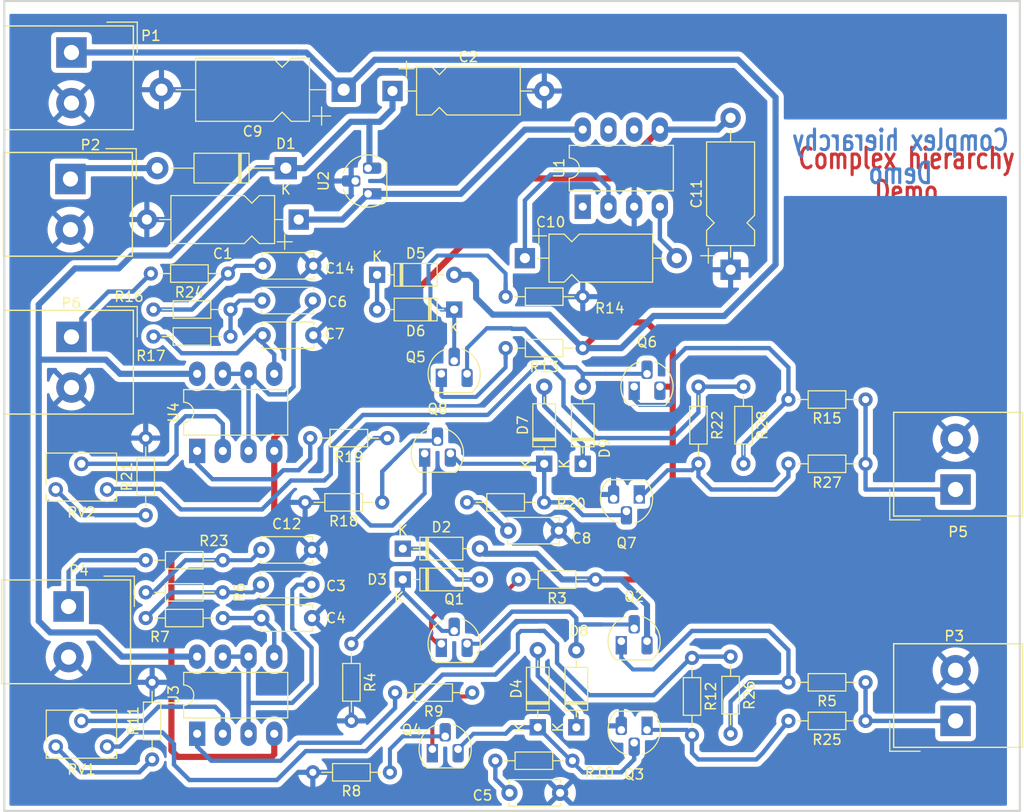
<source format=kicad_pcb>
(kicad_pcb (version 20201002) (generator pcbnew)
  (title_block (title "Actionneur_piezo") (company "Kicad devs") (comment 1 "Demo"))
  (layers (0 "F.Cu" power "top_copper") (31 "B.Cu" signal "bottom_copper") (34 "B.Paste" user) (35 "F.Paste" user) (36 "B.SilkS" user "B.Silkscreen") (37 "F.SilkS" user "F.Silkscreen") (38 "B.Mask" user) (39 "F.Mask" user) (44 "Edge.Cuts" user))
  (net 0 "")
  (net 1 "-VAA")
  (net 2 "/12Vext")
  (net 3 "/ampli_ht_horizontal/PIEZO_IN")
  (net 4 "/ampli_ht_horizontal/PIEZO_OUT")
  (net 5 "/ampli_ht_horizontal/S_OUT+")
  (net 6 "/ampli_ht_horizontal/Vpil_0_3,3V")
  (net 7 "/ampli_ht_vertical/PIEZO_IN")
  (net 8 "/ampli_ht_vertical/PIEZO_OUT")
  (net 9 "/ampli_ht_vertical/S_OUT+")
  (net 10 "/ampli_ht_vertical/Vpil_0_3,3V")
  (net 11 "GND")
  (net 12 "HT")
  (net 13 "Net-(C10-Pad1)")
  (net 14 "Net-(C10-Pad2)")
  (net 15 "Net-(C12-Pad1)")
  (net 16 "Net-(C14-Pad1)")
  (net 17 "Net-(C3-Pad2)")
  (net 18 "Net-(C4-Pad1)")
  (net 19 "Net-(C5-Pad1)")
  (net 20 "Net-(C6-Pad2)")
  (net 21 "Net-(C7-Pad1)")
  (net 22 "Net-(C8-Pad1)")
  (net 23 "Net-(D4-Pad1)")
  (net 24 "Net-(D4-Pad2)")
  (net 25 "Net-(D7-Pad1)")
  (net 26 "Net-(D7-Pad2)")
  (net 27 "Net-(R11-Pad1)")
  (net 28 "Net-(R19-Pad2)")
  (net 29 "Net-(R21-Pad1)")
  (net 30 "Net-(R9-Pad2)")
  (net 31 "Net-(RV1-Pad2)")
  (net 32 "Net-(RV2-Pad2)")
  (net 33 "VCC")
  (net 34 "Net-(D2-Pad1)")
  (net 35 "Net-(D3-Pad1)")
  (net 36 "Net-(D5-Pad1)")
  (net 37 "Net-(D6-Pad1)")
  (net 38 "Net-(D8-Pad2)")
  (net 39 "Net-(D9-Pad2)")
  (net 40 "+12C")
  (net 41 "Net-(Q1-Pad1)")
  (net 42 "Net-(Q2-Pad1)")
  (net 43 "Net-(Q3-Pad1)")
  (net 44 "Net-(Q4-Pad1)")
  (net 45 "Net-(Q4-Pad2)")
  (net 46 "Net-(Q5-Pad1)")
  (net 47 "Net-(Q6-Pad1)")
  (net 48 "Net-(Q7-Pad1)")
  (net 49 "Net-(Q8-Pad1)")
  (net 50 "Net-(Q8-Pad2)")
  (net 51 "Net-(U1-Pad7)")
  (net 52 "Net-(U1-Pad6)")
  (module "Capacitor_THT:CP_Axial_L10.0mm_D4.5mm_P15.00mm_Horizontal" (layer "F.Cu") (at 126.619 60.706)
    (fp_text reference "C2" (at 7.5 -3.37) (layer "F.SilkS"))
    (fp_text value "47uF/20V")
    (pad "1" thru_hole rect (at 0 0) (size 2 2) (drill 1) (layers *.Cu *.Mask) (net 40 "+12C"))
    (pad "2" thru_hole oval (at 15 0) (size 2 2) (drill 1) (layers *.Cu *.Mask) (net 11 "GND"))
  )
  (module "Capacitor_THT:CP_Axial_L11.0mm_D6.0mm_P18.00mm_Horizontal" (layer "F.Cu") (at 121.793 60.579 180)
    (fp_text reference "C9" (at 9 -4.12) (layer "F.SilkS"))
    (fp_text value "47uF/63V")
    (pad "1" thru_hole rect (at 0 0 180) (size 2.4 2.4) (drill 1.2) (layers *.Cu *.Mask) (net 12 "HT"))
    (pad "2" thru_hole oval (at 18 0 180) (size 2.4 2.4) (drill 1.2) (layers *.Cu *.Mask) (net 11 "GND"))
  )
  (module "Capacitor_THT:CP_Axial_L10.0mm_D4.5mm_P15.00mm_Horizontal" (layer "F.Cu") (at 139.7 77.216)
    (fp_text reference "C10" (at 2.54 -3.556) (layer "F.SilkS"))
    (fp_text value "10uF")
    (pad "1" thru_hole rect (at 0 0) (size 2 2) (drill 1) (layers *.Cu *.Mask) (net 13 "Net-(C10-Pad1)"))
    (pad "2" thru_hole oval (at 15 0) (size 2 2) (drill 1) (layers *.Cu *.Mask) (net 14 "Net-(C10-Pad2)"))
  )
  (module "Capacitor_THT:CP_Axial_L10.0mm_D4.5mm_P15.00mm_Horizontal" (layer "F.Cu") (at 160.02 78.359 90)
    (fp_text reference "C11" (at 7.5 -3.37 90) (layer "F.SilkS"))
    (fp_text value "10uF")
    (pad "1" thru_hole rect (at 0 0 90) (size 2 2) (drill 1) (layers *.Cu *.Mask) (net 11 "GND"))
    (pad "2" thru_hole oval (at 15 0 90) (size 2 2) (drill 1) (layers *.Cu *.Mask) (net 1 "-VAA"))
  )
  (module "Package_TO_SOT_THT:TO-92_HandSolder" (layer "F.Cu") (at 131.445 115.316)
    (fp_text reference "Q1" (at 1.27 -4.4) (layer "F.SilkS"))
    (fp_text value "MPSA92")
    (pad "1" thru_hole rect (at 0 0) (size 1.1 1.8) (drill 0.75 (offset 0 0.4)) (layers *.Cu *.Mask) (net 41 "Net-(Q1-Pad1)"))
    (pad "2" thru_hole roundrect (at 1.27 -1.27) (size 1.1 1.8) (drill 0.75 (offset 0 -0.4)) (layers *.Cu *.Mask) (net 35 "Net-(D3-Pad1)"))
    (pad "3" thru_hole roundrect (at 2.54 0) (size 1.1 1.8) (drill 0.75 (offset 0 0.4)) (layers *.Cu *.Mask) (net 38 "Net-(D8-Pad2)"))
  )
  (module "Package_TO_SOT_THT:TO-92_HandSolder" (layer "F.Cu") (at 151.765 123.825 180)
    (fp_text reference "Q3" (at 1.27 -4.4) (layer "F.SilkS"))
    (fp_text value "MPSA92")
    (pad "1" thru_hole rect (at 0 0 180) (size 1.1 1.8) (drill 0.75 (offset 0 0.4)) (layers *.Cu *.Mask) (net 43 "Net-(Q3-Pad1)"))
    (pad "2" thru_hole roundrect (at 1.27 -1.27 180) (size 1.1 1.8) (drill 0.75 (offset 0 -0.4)) (layers *.Cu *.Mask) (net 23 "Net-(D4-Pad1)"))
    (pad "3" thru_hole roundrect (at 2.54 0 180) (size 1.1 1.8) (drill 0.75 (offset 0 0.4)) (layers *.Cu *.Mask) (net 11 "GND"))
  )
  (module "Package_TO_SOT_THT:TO-92_HandSolder" (layer "F.Cu") (at 131.445 88.646)
    (fp_text reference "Q5" (at -2.54 -1.651) (layer "F.SilkS"))
    (fp_text value "MPSA92")
    (pad "1" thru_hole rect (at 0 0) (size 1.1 1.8) (drill 0.75 (offset 0 0.4)) (layers *.Cu *.Mask) (net 46 "Net-(Q5-Pad1)"))
    (pad "2" thru_hole roundrect (at 1.27 -1.27) (size 1.1 1.8) (drill 0.75 (offset 0 -0.4)) (layers *.Cu *.Mask) (net 37 "Net-(D6-Pad1)"))
    (pad "3" thru_hole roundrect (at 2.54 0) (size 1.1 1.8) (drill 0.75 (offset 0 0.4)) (layers *.Cu *.Mask) (net 39 "Net-(D9-Pad2)"))
  )
  (module "Package_TO_SOT_THT:TO-92_HandSolder" (layer "F.Cu") (at 150.495 89.916)
    (fp_text reference "Q6" (at 1.27 -4.4) (layer "F.SilkS"))
    (fp_text value "MPSA42")
    (pad "1" thru_hole rect (at 0 0) (size 1.1 1.8) (drill 0.75 (offset 0 0.4)) (layers *.Cu *.Mask) (net 47 "Net-(Q6-Pad1)"))
    (pad "2" thru_hole roundrect (at 1.27 -1.27) (size 1.1 1.8) (drill 0.75 (offset 0 -0.4)) (layers *.Cu *.Mask) (net 39 "Net-(D9-Pad2)"))
    (pad "3" thru_hole roundrect (at 2.54 0) (size 1.1 1.8) (drill 0.75 (offset 0 0.4)) (layers *.Cu *.Mask) (net 12 "HT"))
  )
  (module "Package_TO_SOT_THT:TO-92_HandSolder" (layer "F.Cu") (at 151.003 100.965 180)
    (fp_text reference "Q7" (at 1.27 -4.4) (layer "F.SilkS"))
    (fp_text value "MPSA92")
    (pad "1" thru_hole rect (at 0 0 180) (size 1.1 1.8) (drill 0.75 (offset 0 0.4)) (layers *.Cu *.Mask) (net 48 "Net-(Q7-Pad1)"))
    (pad "2" thru_hole roundrect (at 1.27 -1.27 180) (size 1.1 1.8) (drill 0.75 (offset 0 -0.4)) (layers *.Cu *.Mask) (net 25 "Net-(D7-Pad1)"))
    (pad "3" thru_hole roundrect (at 2.54 0 180) (size 1.1 1.8) (drill 0.75 (offset 0 0.4)) (layers *.Cu *.Mask) (net 11 "GND"))
  )
  (module "Package_TO_SOT_THT:TO-92_HandSolder" (layer "F.Cu") (at 129.794 96.52)
    (fp_text reference "Q8" (at 1.27 -4.4) (layer "F.SilkS"))
    (fp_text value "MPSA42")
    (pad "1" thru_hole rect (at 0 0) (size 1.1 1.8) (drill 0.75 (offset 0 0.4)) (layers *.Cu *.Mask) (net 49 "Net-(Q8-Pad1)"))
    (pad "2" thru_hole roundrect (at 1.27 -1.27) (size 1.1 1.8) (drill 0.75 (offset 0 -0.4)) (layers *.Cu *.Mask) (net 50 "Net-(Q8-Pad2)"))
    (pad "3" thru_hole roundrect (at 2.54 0) (size 1.1 1.8) (drill 0.75 (offset 0 0.4)) (layers *.Cu *.Mask) (net 25 "Net-(D7-Pad1)"))
  )
  (module "Potentiometer_THT:Potentiometer_Bourns_3266W_Vertical" (layer "F.Cu") (at 93.345 125.476 180)
    (fp_text reference "RV1" (at -2.54 -2.27) (layer "F.SilkS"))
    (fp_text value "4,7K")
    (pad "1" thru_hole circle (at 0 0 180) (size 1.44 1.44) (drill 0.8) (layers *.Cu *.Mask) (net 27 "Net-(R11-Pad1)"))
    (pad "2" thru_hole circle (at -2.54 2.54 180) (size 1.44 1.44) (drill 0.8) (layers *.Cu *.Mask) (net 31 "Net-(RV1-Pad2)"))
    (pad "3" thru_hole circle (at -5.08 0 180) (size 1.44 1.44) (drill 0.8) (layers *.Cu *.Mask) (net 9 "/ampli_ht_vertical/S_OUT+"))
  )
  (module "Potentiometer_THT:Potentiometer_Bourns_3266W_Vertical" (layer "F.Cu") (at 93.345 100.076 180)
    (fp_text reference "RV2" (at -2.54 -2.27) (layer "F.SilkS"))
    (fp_text value "4,7K")
    (pad "1" thru_hole circle (at 0 0 180) (size 1.44 1.44) (drill 0.8) (layers *.Cu *.Mask) (net 29 "Net-(R21-Pad1)"))
    (pad "2" thru_hole circle (at -2.54 2.54 180) (size 1.44 1.44) (drill 0.8) (layers *.Cu *.Mask) (net 32 "Net-(RV2-Pad2)"))
    (pad "3" thru_hole circle (at -5.08 0 180) (size 1.44 1.44) (drill 0.8) (layers *.Cu *.Mask) (net 5 "/ampli_ht_horizontal/S_OUT+"))
  )
  (module "Package_TO_SOT_THT:TO-92_HandSolder" (layer "F.Cu") (at 124.206 70.866 90)
    (fp_text reference "U2" (at 1.27 -4.4 90) (layer "F.SilkS"))
    (fp_text value "78L05")
    (pad "1" thru_hole rect (at 0 0 90) (size 1.1 1.8) (drill 0.75 (offset 0 0.4)) (layers *.Cu *.Mask) (net 33 "VCC"))
    (pad "2" thru_hole roundrect (at 1.27 -1.27 90) (size 1.1 1.8) (drill 0.75 (offset 0 -0.4)) (layers *.Cu *.Mask) (net 11 "GND"))
    (pad "3" thru_hole roundrect (at 2.54 0 90) (size 1.1 1.8) (drill 0.75 (offset 0 0.4)) (layers *.Cu *.Mask) (net 40 "+12C"))
  )
  (module "Resistor_THT:R_Axial_DIN0204_L3.6mm_D1.6mm_P7.62mm_Horizontal" (layer "F.Cu") (at 126.111 94.996 180)
    (fp_text reference "R19" (at 3.81 -1.86 180) (layer "F.SilkS"))
    (fp_text value "1K")
    (pad "1" thru_hole circle (at 0 0 180) (size 1.4 1.4) (drill 0.7) (layers *.Cu *.Mask) (net 49 "Net-(Q8-Pad1)"))
    (pad "2" thru_hole oval (at 7.62 0 180) (size 1.4 1.4) (drill 0.7) (layers *.Cu *.Mask) (net 28 "Net-(R19-Pad2)"))
  )
  (module "Resistor_THT:R_Axial_DIN0204_L3.6mm_D1.6mm_P7.62mm_Horizontal" (layer "F.Cu") (at 109.855 110.236 180)
    (fp_text reference "R6" (at -1.651 0 90) (layer "F.SilkS"))
    (fp_text value "22K")
    (pad "1" thru_hole circle (at 0 0 180) (size 1.4 1.4) (drill 0.7) (layers *.Cu *.Mask) (net 17 "Net-(C3-Pad2)"))
    (pad "2" thru_hole oval (at 7.62 0 180) (size 1.4 1.4) (drill 0.7) (layers *.Cu *.Mask) (net 15 "Net-(C12-Pad1)"))
  )
  (module "Resistor_THT:R_Axial_DIN0204_L3.6mm_D1.6mm_P7.62mm_Horizontal" (layer "F.Cu") (at 125.603 101.346 180)
    (fp_text reference "R18" (at 3.81 -1.86 180) (layer "F.SilkS"))
    (fp_text value "1K")
    (pad "1" thru_hole circle (at 0 0 180) (size 1.4 1.4) (drill 0.7) (layers *.Cu *.Mask) (net 50 "Net-(Q8-Pad2)"))
    (pad "2" thru_hole oval (at 7.62 0 180) (size 1.4 1.4) (drill 0.7) (layers *.Cu *.Mask) (net 11 "GND"))
  )
  (module "Resistor_THT:R_Axial_DIN0204_L3.6mm_D1.6mm_P7.62mm_Horizontal" (layer "F.Cu") (at 110.617 82.296 180)
    (fp_text reference "R16" (at 10.033 1.27 180) (layer "F.SilkS"))
    (fp_text value "22K")
    (pad "1" thru_hole circle (at 0 0 180) (size 1.4 1.4) (drill 0.7) (layers *.Cu *.Mask) (net 20 "Net-(C6-Pad2)"))
    (pad "2" thru_hole oval (at 7.62 0 180) (size 1.4 1.4) (drill 0.7) (layers *.Cu *.Mask) (net 16 "Net-(C14-Pad1)"))
  )
  (module "Resistor_THT:R_Axial_DIN0204_L3.6mm_D1.6mm_P7.62mm_Horizontal" (layer "F.Cu") (at 173.355 91.186 180)
    (fp_text reference "R15" (at 3.81 -1.86 180) (layer "F.SilkS"))
    (fp_text value "47")
    (pad "1" thru_hole circle (at 0 0 180) (size 1.4 1.4) (drill 0.7) (layers *.Cu *.Mask) (net 4 "/ampli_ht_horizontal/PIEZO_OUT"))
    (pad "2" thru_hole oval (at 7.62 0 180) (size 1.4 1.4) (drill 0.7) (layers *.Cu *.Mask) (net 47 "Net-(Q6-Pad1)"))
  )
  (module "Resistor_THT:R_Axial_DIN0204_L3.6mm_D1.6mm_P7.62mm_Horizontal" (layer "F.Cu") (at 137.795 81.026)
    (fp_text reference "R14" (at 10.287 1.143) (layer "F.SilkS"))
    (fp_text value "220K")
    (pad "1" thru_hole circle (at 0 0) (size 1.4 1.4) (drill 0.7) (layers *.Cu *.Mask) (net 37 "Net-(D6-Pad1)"))
    (pad "2" thru_hole oval (at 7.62 0) (size 1.4 1.4) (drill 0.7) (layers *.Cu *.Mask) (net 11 "GND"))
  )
  (module "Resistor_THT:R_Axial_DIN0204_L3.6mm_D1.6mm_P7.62mm_Horizontal" (layer "F.Cu") (at 145.415 86.106 180)
    (fp_text reference "R13" (at 3.81 -1.86 180) (layer "F.SilkS"))
    (fp_text value "470")
    (pad "1" thru_hole circle (at 0 0 180) (size 1.4 1.4) (drill 0.7) (layers *.Cu *.Mask) (net 12 "HT"))
    (pad "2" thru_hole oval (at 7.62 0 180) (size 1.4 1.4) (drill 0.7) (layers *.Cu *.Mask) (net 46 "Net-(Q5-Pad1)"))
  )
  (module "Resistor_THT:R_Axial_DIN0204_L3.6mm_D1.6mm_P7.62mm_Horizontal" (layer "F.Cu") (at 156.21 116.713 -90)
    (fp_text reference "R12" (at 3.81 -1.86 -90) (layer "F.SilkS"))
    (fp_text value "220K")
    (pad "1" thru_hole circle (at 0 0 270) (size 1.4 1.4) (drill 0.7) (layers *.Cu *.Mask) (net 9 "/ampli_ht_vertical/S_OUT+"))
    (pad "2" thru_hole oval (at 7.62 0 270) (size 1.4 1.4) (drill 0.7) (layers *.Cu *.Mask) (net 43 "Net-(Q3-Pad1)"))
  )
  (module "Resistor_THT:R_Axial_DIN0204_L3.6mm_D1.6mm_P7.62mm_Horizontal" (layer "F.Cu") (at 102.87 126.746 90)
    (fp_text reference "R11" (at 3.81 -1.86 90) (layer "F.SilkS"))
    (fp_text value "4,7K")
    (pad "1" thru_hole circle (at 0 0 90) (size 1.4 1.4) (drill 0.7) (layers *.Cu *.Mask) (net 27 "Net-(R11-Pad1)"))
    (pad "2" thru_hole oval (at 7.62 0 90) (size 1.4 1.4) (drill 0.7) (layers *.Cu *.Mask) (net 11 "GND"))
  )
  (module "Resistor_THT:R_Axial_DIN0204_L3.6mm_D1.6mm_P7.62mm_Horizontal" (layer "F.Cu") (at 144.399 126.873 180)
    (fp_text reference "R10" (at -2.667 -1.143 180) (layer "F.SilkS"))
    (fp_text value "5,6K")
    (pad "1" thru_hole circle (at 0 0 180) (size 1.4 1.4) (drill 0.7) (layers *.Cu *.Mask) (net 23 "Net-(D4-Pad1)"))
    (pad "2" thru_hole oval (at 7.62 0 180) (size 1.4 1.4) (drill 0.7) (layers *.Cu *.Mask) (net 19 "Net-(C5-Pad1)"))
  )
  (module "Resistor_THT:R_Axial_DIN0204_L3.6mm_D1.6mm_P7.62mm_Horizontal" (layer "F.Cu") (at 134.493 120.142 180)
    (fp_text reference "R9" (at 3.81 -1.86 180) (layer "F.SilkS"))
    (fp_text value "1K")
    (pad "1" thru_hole circle (at 0 0 180) (size 1.4 1.4) (drill 0.7) (layers *.Cu *.Mask) (net 44 "Net-(Q4-Pad1)"))
    (pad "2" thru_hole oval (at 7.62 0 180) (size 1.4 1.4) (drill 0.7) (layers *.Cu *.Mask) (net 30 "Net-(R9-Pad2)"))
  )
  (module "Resistor_THT:R_Axial_DIN0204_L3.6mm_D1.6mm_P7.62mm_Horizontal" (layer "F.Cu") (at 126.365 128.016 180)
    (fp_text reference "R8" (at 3.81 -1.86 180) (layer "F.SilkS"))
    (fp_text value "1K")
    (pad "1" thru_hole circle (at 0 0 180) (size 1.4 1.4) (drill 0.7) (layers *.Cu *.Mask) (net 45 "Net-(Q4-Pad2)"))
    (pad "2" thru_hole oval (at 7.62 0 180) (size 1.4 1.4) (drill 0.7) (layers *.Cu *.Mask) (net 11 "GND"))
  )
  (module "Resistor_THT:R_Axial_DIN0204_L3.6mm_D1.6mm_P7.62mm_Horizontal" (layer "F.Cu") (at 109.855 112.776 180)
    (fp_text reference "R7" (at 6.223 -1.86 180) (layer "F.SilkS"))
    (fp_text value "22K")
    (pad "1" thru_hole circle (at 0 0 180) (size 1.4 1.4) (drill 0.7) (layers *.Cu *.Mask) (net 18 "Net-(C4-Pad1)"))
    (pad "2" thru_hole oval (at 7.62 0 180) (size 1.4 1.4) (drill 0.7) (layers *.Cu *.Mask) (net 17 "Net-(C3-Pad2)"))
  )
  (module "Resistor_THT:R_Axial_DIN0204_L3.6mm_D1.6mm_P7.62mm_Horizontal" (layer "F.Cu") (at 102.997 84.963)
    (fp_text reference "R17" (at -0.254 1.905) (layer "F.SilkS"))
    (fp_text value "22K")
    (pad "1" thru_hole circle (at 0 0) (size 1.4 1.4) (drill 0.7) (layers *.Cu *.Mask) (net 21 "Net-(C7-Pad1)"))
    (pad "2" thru_hole oval (at 7.62 0) (size 1.4 1.4) (drill 0.7) (layers *.Cu *.Mask) (net 20 "Net-(C6-Pad2)"))
  )
  (module "Resistor_THT:R_Axial_DIN0204_L3.6mm_D1.6mm_P7.62mm_Horizontal" (layer "F.Cu") (at 102.235 102.616 90)
    (fp_text reference "R21" (at 3.81 -1.86 90) (layer "F.SilkS"))
    (fp_text value "4,7K")
    (pad "1" thru_hole circle (at 0 0 90) (size 1.4 1.4) (drill 0.7) (layers *.Cu *.Mask) (net 29 "Net-(R21-Pad1)"))
    (pad "2" thru_hole oval (at 7.62 0 90) (size 1.4 1.4) (drill 0.7) (layers *.Cu *.Mask) (net 11 "GND"))
  )
  (module "Resistor_THT:R_Axial_DIN0204_L3.6mm_D1.6mm_P7.62mm_Horizontal" (layer "F.Cu") (at 146.685 108.966 180)
    (fp_text reference "R3" (at 3.81 -1.86 180) (layer "F.SilkS"))
    (fp_text value "470")
    (pad "1" thru_hole circle (at 0 0 180) (size 1.4 1.4) (drill 0.7) (layers *.Cu *.Mask) (net 12 "HT"))
    (pad "2" thru_hole oval (at 7.62 0 180) (size 1.4 1.4) (drill 0.7) (layers *.Cu *.Mask) (net 41 "Net-(Q1-Pad1)"))
  )
  (module "Resistor_THT:R_Axial_DIN0204_L3.6mm_D1.6mm_P7.62mm_Horizontal" (layer "F.Cu") (at 122.555 115.316 -90)
    (fp_text reference "R4" (at 3.81 -1.86 -90) (layer "F.SilkS"))
    (fp_text value "220K")
    (pad "1" thru_hole circle (at 0 0 270) (size 1.4 1.4) (drill 0.7) (layers *.Cu *.Mask) (net 35 "Net-(D3-Pad1)"))
    (pad "2" thru_hole oval (at 7.62 0 270) (size 1.4 1.4) (drill 0.7) (layers *.Cu *.Mask) (net 11 "GND"))
  )
  (module "Resistor_THT:R_Axial_DIN0204_L3.6mm_D1.6mm_P7.62mm_Horizontal" (layer "F.Cu") (at 173.355 119.126 180)
    (fp_text reference "R5" (at 3.81 -1.86 180) (layer "F.SilkS"))
    (fp_text value "47")
    (pad "1" thru_hole circle (at 0 0 180) (size 1.4 1.4) (drill 0.7) (layers *.Cu *.Mask) (net 8 "/ampli_ht_vertical/PIEZO_OUT"))
    (pad "2" thru_hole oval (at 7.62 0 180) (size 1.4 1.4) (drill 0.7) (layers *.Cu *.Mask) (net 42 "Net-(Q2-Pad1)"))
  )
  (module "Resistor_THT:R_Axial_DIN0204_L3.6mm_D1.6mm_P7.62mm_Horizontal" (layer "F.Cu") (at 161.29 89.916 -90)
    (fp_text reference "R28" (at 3.81 -1.86 -90) (layer "F.SilkS"))
    (fp_text value "220K")
    (pad "1" thru_hole circle (at 0 0 270) (size 1.4 1.4) (drill 0.7) (layers *.Cu *.Mask) (net 5 "/ampli_ht_horizontal/S_OUT+"))
    (pad "2" thru_hole oval (at 7.62 0 270) (size 1.4 1.4) (drill 0.7) (layers *.Cu *.Mask) (net 47 "Net-(Q6-Pad1)"))
  )
  (module "Resistor_THT:R_Axial_DIN0204_L3.6mm_D1.6mm_P7.62mm_Horizontal" (layer "F.Cu") (at 173.355 97.536 180)
    (fp_text reference "R27" (at 3.81 -1.86 180) (layer "F.SilkS"))
    (fp_text value "47")
    (pad "1" thru_hole circle (at 0 0 180) (size 1.4 1.4) (drill 0.7) (layers *.Cu *.Mask) (net 4 "/ampli_ht_horizontal/PIEZO_OUT"))
    (pad "2" thru_hole oval (at 7.62 0 180) (size 1.4 1.4) (drill 0.7) (layers *.Cu *.Mask) (net 48 "Net-(Q7-Pad1)"))
  )
  (module "Resistor_THT:R_Axial_DIN0204_L3.6mm_D1.6mm_P7.62mm_Horizontal" (layer "F.Cu") (at 160.02 116.586 -90)
    (fp_text reference "R26" (at 3.81 -1.86 -90) (layer "F.SilkS"))
    (fp_text value "220K")
    (pad "1" thru_hole circle (at 0 0 270) (size 1.4 1.4) (drill 0.7) (layers *.Cu *.Mask) (net 9 "/ampli_ht_vertical/S_OUT+"))
    (pad "2" thru_hole oval (at 7.62 0 270) (size 1.4 1.4) (drill 0.7) (layers *.Cu *.Mask) (net 42 "Net-(Q2-Pad1)"))
  )
  (module "Resistor_THT:R_Axial_DIN0204_L3.6mm_D1.6mm_P7.62mm_Horizontal" (layer "F.Cu") (at 173.355 122.936 180)
    (fp_text reference "R25" (at 3.81 -1.86 180) (layer "F.SilkS"))
    (fp_text value "47")
    (pad "1" thru_hole circle (at 0 0 180) (size 1.4 1.4) (drill 0.7) (layers *.Cu *.Mask) (net 8 "/ampli_ht_vertical/PIEZO_OUT"))
    (pad "2" thru_hole oval (at 7.62 0 180) (size 1.4 1.4) (drill 0.7) (layers *.Cu *.Mask) (net 43 "Net-(Q3-Pad1)"))
  )
  (module "Resistor_THT:R_Axial_DIN0204_L3.6mm_D1.6mm_P7.62mm_Horizontal" (layer "F.Cu") (at 110.363 78.74 180)
    (fp_text reference "R24" (at 3.81 -1.86 180) (layer "F.SilkS"))
    (fp_text value "1K")
    (pad "1" thru_hole circle (at 0 0 180) (size 1.4 1.4) (drill 0.7) (layers *.Cu *.Mask) (net 16 "Net-(C14-Pad1)"))
    (pad "2" thru_hole oval (at 7.62 0 180) (size 1.4 1.4) (drill 0.7) (layers *.Cu *.Mask) (net 3 "/ampli_ht_horizontal/PIEZO_IN"))
  )
  (module "Resistor_THT:R_Axial_DIN0204_L3.6mm_D1.6mm_P7.62mm_Horizontal" (layer "F.Cu") (at 109.855 107.061 180)
    (fp_text reference "R23" (at 0.889 1.905 180) (layer "F.SilkS"))
    (fp_text value "1K")
    (pad "1" thru_hole circle (at 0 0 180) (size 1.4 1.4) (drill 0.7) (layers *.Cu *.Mask) (net 15 "Net-(C12-Pad1)"))
    (pad "2" thru_hole oval (at 7.62 0 180) (size 1.4 1.4) (drill 0.7) (layers *.Cu *.Mask) (net 7 "/ampli_ht_vertical/PIEZO_IN"))
  )
  (module "Resistor_THT:R_Axial_DIN0204_L3.6mm_D1.6mm_P7.62mm_Horizontal" (layer "F.Cu") (at 156.845 89.916 -90)
    (fp_text reference "R22" (at 3.81 -1.86 -90) (layer "F.SilkS"))
    (fp_text value "220K")
    (pad "1" thru_hole circle (at 0 0 270) (size 1.4 1.4) (drill 0.7) (layers *.Cu *.Mask) (net 5 "/ampli_ht_horizontal/S_OUT+"))
    (pad "2" thru_hole oval (at 7.62 0 270) (size 1.4 1.4) (drill 0.7) (layers *.Cu *.Mask) (net 48 "Net-(Q7-Pad1)"))
  )
  (module "Resistor_THT:R_Axial_DIN0204_L3.6mm_D1.6mm_P7.62mm_Horizontal" (layer "F.Cu") (at 141.605 101.346 180)
    (fp_text reference "R20" (at -2.667 -0.127 180) (layer "F.SilkS"))
    (fp_text value "5,6K")
    (pad "1" thru_hole circle (at 0 0 180) (size 1.4 1.4) (drill 0.7) (layers *.Cu *.Mask) (net 25 "Net-(D7-Pad1)"))
    (pad "2" thru_hole oval (at 7.62 0 180) (size 1.4 1.4) (drill 0.7) (layers *.Cu *.Mask) (net 22 "Net-(C8-Pad1)"))
  )
  (module "Package_DIP:DIP-8_W7.62mm_LongPads" (layer "F.Cu") (at 107.315 96.266 90)
    (fp_text reference "U4" (at 3.81 -2.33 90) (layer "F.SilkS"))
    (fp_text value "LM358N")
    (pad "1" thru_hole rect (at 0 0 90) (size 2.4 1.6) (drill 0.8) (layers *.Cu *.Mask) (net 28 "Net-(R19-Pad2)"))
    (pad "2" thru_hole oval (at 0 2.54 90) (size 2.4 1.6) (drill 0.8) (layers *.Cu *.Mask) (net 32 "Net-(RV2-Pad2)"))
    (pad "3" thru_hole oval (at 0 5.08 90) (size 2.4 1.6) (drill 0.8) (layers *.Cu *.Mask) (net 6 "/ampli_ht_horizontal/Vpil_0_3,3V"))
    (pad "4" thru_hole oval (at 0 7.62 90) (size 2.4 1.6) (drill 0.8) (layers *.Cu *.Mask) (net 1 "-VAA"))
    (pad "5" thru_hole oval (at 7.62 7.62 90) (size 2.4 1.6) (drill 0.8) (layers *.Cu *.Mask) (net 21 "Net-(C7-Pad1)"))
    (pad "6" thru_hole oval (at 7.62 5.08 90) (size 2.4 1.6) (drill 0.8) (layers *.Cu *.Mask) (net 6 "/ampli_ht_horizontal/Vpil_0_3,3V"))
    (pad "7" thru_hole oval (at 7.62 2.54 90) (size 2.4 1.6) (drill 0.8) (layers *.Cu *.Mask) (net 6 "/ampli_ht_horizontal/Vpil_0_3,3V"))
    (pad "8" thru_hole oval (at 7.62 0 90) (size 2.4 1.6) (drill 0.8) (layers *.Cu *.Mask) (net 40 "+12C"))
  )
  (module "Package_DIP:DIP-8_W7.62mm_LongPads" (layer "F.Cu") (at 145.415 72.136 90)
    (fp_text reference "U1" (at 3.81 -2.33 90) (layer "F.SilkS"))
    (fp_text value "ICL7660")
    (pad "1" thru_hole rect (at 0 0 90) (size 2.4 1.6) (drill 0.8) (layers *.Cu *.Mask))
    (pad "2" thru_hole oval (at 0 2.54 90) (size 2.4 1.6) (drill 0.8) (layers *.Cu *.Mask) (net 13 "Net-(C10-Pad1)"))
    (pad "3" thru_hole oval (at 0 5.08 90) (size 2.4 1.6) (drill 0.8) (layers *.Cu *.Mask) (net 11 "GND"))
    (pad "4" thru_hole oval (at 0 7.62 90) (size 2.4 1.6) (drill 0.8) (layers *.Cu *.Mask) (net 14 "Net-(C10-Pad2)"))
    (pad "5" thru_hole oval (at 7.62 7.62 90) (size 2.4 1.6) (drill 0.8) (layers *.Cu *.Mask) (net 1 "-VAA"))
    (pad "6" thru_hole oval (at 7.62 5.08 90) (size 2.4 1.6) (drill 0.8) (layers *.Cu *.Mask) (net 52 "Net-(U1-Pad6)"))
    (pad "7" thru_hole oval (at 7.62 2.54 90) (size 2.4 1.6) (drill 0.8) (layers *.Cu *.Mask) (net 51 "Net-(U1-Pad7)"))
    (pad "8" thru_hole oval (at 7.62 0 90) (size 2.4 1.6) (drill 0.8) (layers *.Cu *.Mask) (net 33 "VCC"))
  )
  (module "Package_DIP:DIP-8_W7.62mm_LongPads" (layer "F.Cu") (at 107.315 124.206 90)
    (fp_text reference "U3" (at 3.81 -2.33 90) (layer "F.SilkS"))
    (fp_text value "LM358N")
    (pad "1" thru_hole rect (at 0 0 90) (size 2.4 1.6) (drill 0.8) (layers *.Cu *.Mask) (net 30 "Net-(R9-Pad2)"))
    (pad "2" thru_hole oval (at 0 2.54 90) (size 2.4 1.6) (drill 0.8) (layers *.Cu *.Mask) (net 31 "Net-(RV1-Pad2)"))
    (pad "3" thru_hole oval (at 0 5.08 90) (size 2.4 1.6) (drill 0.8) (layers *.Cu *.Mask) (net 10 "/ampli_ht_vertical/Vpil_0_3,3V"))
    (pad "4" thru_hole oval (at 0 7.62 90) (size 2.4 1.6) (drill 0.8) (layers *.Cu *.Mask) (net 1 "-VAA"))
    (pad "5" thru_hole oval (at 7.62 7.62 90) (size 2.4 1.6) (drill 0.8) (layers *.Cu *.Mask) (net 18 "Net-(C4-Pad1)"))
    (pad "6" thru_hole oval (at 7.62 5.08 90) (size 2.4 1.6) (drill 0.8) (layers *.Cu *.Mask) (net 10 "/ampli_ht_vertical/Vpil_0_3,3V"))
    (pad "7" thru_hole oval (at 7.62 2.54 90) (size 2.4 1.6) (drill 0.8) (layers *.Cu *.Mask) (net 10 "/ampli_ht_vertical/Vpil_0_3,3V"))
    (pad "8" thru_hole oval (at 7.62 0 90) (size 2.4 1.6) (drill 0.8) (layers *.Cu *.Mask) (net 40 "+12C"))
  )
  (module "Capacitor_THT:C_Disc_D5.0mm_W2.5mm_P5.00mm" (layer "F.Cu") (at 138.049 104.14)
    (fp_text reference "C8" (at 7.239 0.762) (layer "F.SilkS"))
    (fp_text value "820pF")
    (pad "1" thru_hole circle (at 0 0) (size 1.6 1.6) (drill 0.8) (layers *.Cu *.Mask) (net 22 "Net-(C8-Pad1)"))
    (pad "2" thru_hole circle (at 5 0) (size 1.6 1.6) (drill 0.8) (layers *.Cu *.Mask) (net 11 "GND"))
  )
  (module "Capacitor_THT:C_Disc_D5.0mm_W2.5mm_P5.00mm" (layer "F.Cu") (at 113.792 84.836)
    (fp_text reference "C7" (at 7.112 -0.127) (layer "F.SilkS"))
    (fp_text value "4.7nF")
    (pad "1" thru_hole circle (at 0 0) (size 1.6 1.6) (drill 0.8) (layers *.Cu *.Mask) (net 21 "Net-(C7-Pad1)"))
    (pad "2" thru_hole circle (at 5 0) (size 1.6 1.6) (drill 0.8) (layers *.Cu *.Mask) (net 11 "GND"))
  )
  (module "Capacitor_THT:C_Disc_D5.0mm_W2.5mm_P5.00mm" (layer "F.Cu") (at 118.745 81.407 180)
    (fp_text reference "C6" (at -2.413 -0.127 180) (layer "F.SilkS"))
    (fp_text value "15nF")
    (pad "1" thru_hole circle (at 0 0 180) (size 1.6 1.6) (drill 0.8) (layers *.Cu *.Mask) (net 6 "/ampli_ht_horizontal/Vpil_0_3,3V"))
    (pad "2" thru_hole circle (at 5 0 180) (size 1.6 1.6) (drill 0.8) (layers *.Cu *.Mask) (net 20 "Net-(C6-Pad2)"))
  )
  (module "Capacitor_THT:C_Disc_D5.0mm_W2.5mm_P5.00mm" (layer "F.Cu") (at 138.176 130.048)
    (fp_text reference "C5" (at -2.667 0.254) (layer "F.SilkS"))
    (fp_text value "820pF")
    (pad "1" thru_hole circle (at 0 0) (size 1.6 1.6) (drill 0.8) (layers *.Cu *.Mask) (net 19 "Net-(C5-Pad1)"))
    (pad "2" thru_hole circle (at 5 0) (size 1.6 1.6) (drill 0.8) (layers *.Cu *.Mask) (net 11 "GND"))
  )
  (module "Capacitor_THT:C_Disc_D5.0mm_W2.5mm_P5.00mm" (layer "F.Cu") (at 113.665 106.045)
    (fp_text reference "C12" (at 2.5 -2.56) (layer "F.SilkS"))
    (fp_text value "150nF")
    (pad "1" thru_hole circle (at 0 0) (size 1.6 1.6) (drill 0.8) (layers *.Cu *.Mask) (net 15 "Net-(C12-Pad1)"))
    (pad "2" thru_hole circle (at 5 0) (size 1.6 1.6) (drill 0.8) (layers *.Cu *.Mask) (net 11 "GND"))
  )
  (module "Capacitor_THT:C_Disc_D5.0mm_W2.5mm_P5.00mm" (layer "F.Cu") (at 113.792 77.978)
    (fp_text reference "C14" (at 7.62 0.254) (layer "F.SilkS"))
    (fp_text value "150nF")
    (pad "1" thru_hole circle (at 0 0) (size 1.6 1.6) (drill 0.8) (layers *.Cu *.Mask) (net 16 "Net-(C14-Pad1)"))
    (pad "2" thru_hole circle (at 5 0) (size 1.6 1.6) (drill 0.8) (layers *.Cu *.Mask) (net 11 "GND"))
  )
  (module "Capacitor_THT:C_Disc_D5.0mm_W2.5mm_P5.00mm" (layer "F.Cu") (at 113.665 112.776)
    (fp_text reference "C4" (at 7.366 0) (layer "F.SilkS"))
    (fp_text value "4.7nF")
    (pad "1" thru_hole circle (at 0 0) (size 1.6 1.6) (drill 0.8) (layers *.Cu *.Mask) (net 18 "Net-(C4-Pad1)"))
    (pad "2" thru_hole circle (at 5 0) (size 1.6 1.6) (drill 0.8) (layers *.Cu *.Mask) (net 11 "GND"))
  )
  (module "Capacitor_THT:C_Disc_D5.0mm_W2.5mm_P5.00mm" (layer "F.Cu") (at 118.618 109.474 180)
    (fp_text reference "C3" (at -2.413 -0.127 180) (layer "F.SilkS"))
    (fp_text value "15nF")
    (pad "1" thru_hole circle (at 0 0 180) (size 1.6 1.6) (drill 0.8) (layers *.Cu *.Mask) (net 10 "/ampli_ht_vertical/Vpil_0_3,3V"))
    (pad "2" thru_hole circle (at 5 0 180) (size 1.6 1.6) (drill 0.8) (layers *.Cu *.Mask) (net 17 "Net-(C3-Pad2)"))
  )
  (module "Diode_THT:D_DO-41_SOD81_P12.70mm_Horizontal" (layer "F.Cu") (at 116.078 68.326 180)
    (fp_text reference "D1" (at 0 2.413 180) (layer "F.SilkS"))
    (fp_text value "1N4007")
    (fp_text user "K" (at 0 -2.1 180) (layer "F.SilkS"))
    (pad "1" thru_hole rect (at 0 0 180) (size 2.2 2.2) (drill 1.1) (layers *.Cu *.Mask) (net 40 "+12C"))
    (pad "2" thru_hole oval (at 12.7 0 180) (size 2.2 2.2) (drill 1.1) (layers *.Cu *.Mask) (net 2 "/12Vext"))
  )
  (module "Diode_THT:D_DO-35_SOD27_P7.62mm_Horizontal" (layer "F.Cu") (at 125.095 78.867)
    (fp_text reference "D5" (at 3.81 -2.12) (layer "F.SilkS"))
    (fp_text value "1N4148")
    (fp_text user "K" (at 0 -1.8) (layer "F.SilkS"))
    (pad "1" thru_hole rect (at 0 0) (size 1.6 1.6) (drill 0.8) (layers *.Cu *.Mask) (net 36 "Net-(D5-Pad1)"))
    (pad "2" thru_hole oval (at 7.62 0) (size 1.6 1.6) (drill 0.8) (layers *.Cu *.Mask) (net 12 "HT"))
  )
  (module "Diode_THT:D_DO-35_SOD27_P7.62mm_Horizontal" (layer "F.Cu") (at 144.78 123.571 90)
    (fp_text reference "D8" (at 9.525 0.254 180) (layer "F.SilkS"))
    (fp_text value "1N4148")
    (fp_text user "K" (at 0 -1.8 90) (layer "F.SilkS"))
    (pad "1" thru_hole rect (at 0 0 90) (size 1.6 1.6) (drill 0.8) (layers *.Cu *.Mask) (net 24 "Net-(D4-Pad2)"))
    (pad "2" thru_hole oval (at 7.62 0 90) (size 1.6 1.6) (drill 0.8) (layers *.Cu *.Mask) (net 38 "Net-(D8-Pad2)"))
  )
  (module "Diode_THT:D_DO-35_SOD27_P7.62mm_Horizontal" (layer "F.Cu") (at 127.635 105.918)
    (fp_text reference "D2" (at 3.81 -2.12) (layer "F.SilkS"))
    (fp_text value "1N4148")
    (fp_text user "K" (at 0 -1.8) (layer "F.SilkS"))
    (pad "1" thru_hole rect (at 0 0) (size 1.6 1.6) (drill 0.8) (layers *.Cu *.Mask) (net 34 "Net-(D2-Pad1)"))
    (pad "2" thru_hole oval (at 7.62 0) (size 1.6 1.6) (drill 0.8) (layers *.Cu *.Mask) (net 12 "HT"))
  )
  (module "Diode_THT:D_DO-35_SOD27_P7.62mm_Horizontal" (layer "F.Cu") (at 127.635 108.966)
    (fp_text reference "D3" (at -2.54 0) (layer "F.SilkS"))
    (fp_text value "1N4148")
    (fp_text user "K" (at -0.381 1.778) (layer "F.SilkS"))
    (pad "1" thru_hole rect (at 0 0) (size 1.6 1.6) (drill 0.8) (layers *.Cu *.Mask) (net 35 "Net-(D3-Pad1)"))
    (pad "2" thru_hole oval (at 7.62 0) (size 1.6 1.6) (drill 0.8) (layers *.Cu *.Mask) (net 34 "Net-(D2-Pad1)"))
  )
  (module "Diode_THT:D_DO-35_SOD27_P7.62mm_Horizontal" (layer "F.Cu") (at 141.605 97.536 90)
    (fp_text reference "D7" (at 3.81 -2.12 90) (layer "F.SilkS"))
    (fp_text value "1N4148")
    (fp_text user "K" (at 0 -1.8 90) (layer "F.SilkS"))
    (pad "1" thru_hole rect (at 0 0 90) (size 1.6 1.6) (drill 0.8) (layers *.Cu *.Mask) (net 25 "Net-(D7-Pad1)"))
    (pad "2" thru_hole oval (at 7.62 0 90) (size 1.6 1.6) (drill 0.8) (layers *.Cu *.Mask) (net 26 "Net-(D7-Pad2)"))
  )
  (module "Diode_THT:D_DO-35_SOD27_P7.62mm_Horizontal" (layer "F.Cu") (at 132.715 82.296 180)
    (fp_text reference "D6" (at 3.81 -2.12 180) (layer "F.SilkS"))
    (fp_text value "1N4148")
    (fp_text user "K" (at 0 -1.8 180) (layer "F.SilkS"))
    (pad "1" thru_hole rect (at 0 0 180) (size 1.6 1.6) (drill 0.8) (layers *.Cu *.Mask) (net 37 "Net-(D6-Pad1)"))
    (pad "2" thru_hole oval (at 7.62 0 180) (size 1.6 1.6) (drill 0.8) (layers *.Cu *.Mask) (net 36 "Net-(D5-Pad1)"))
  )
  (module "Diode_THT:D_DO-35_SOD27_P7.62mm_Horizontal" (layer "F.Cu") (at 140.97 123.571 90)
    (fp_text reference "D4" (at 3.81 -2.12 90) (layer "F.SilkS"))
    (fp_text value "1N4148")
    (fp_text user "K" (at 0 -1.8 90) (layer "F.SilkS"))
    (pad "1" thru_hole rect (at 0 0 90) (size 1.6 1.6) (drill 0.8) (layers *.Cu *.Mask) (net 23 "Net-(D4-Pad1)"))
    (pad "2" thru_hole oval (at 7.62 0 90) (size 1.6 1.6) (drill 0.8) (layers *.Cu *.Mask) (net 24 "Net-(D4-Pad2)"))
  )
  (module "Diode_THT:D_DO-35_SOD27_P7.62mm_Horizontal" (layer "F.Cu") (at 145.415 97.536 90)
    (fp_text reference "D9" (at 1.524 2.159 90) (layer "F.SilkS"))
    (fp_text value "1N4148")
    (fp_text user "K" (at 0 -1.8 90) (layer "F.SilkS"))
    (pad "1" thru_hole rect (at 0 0 90) (size 1.6 1.6) (drill 0.8) (layers *.Cu *.Mask) (net 26 "Net-(D7-Pad2)"))
    (pad "2" thru_hole oval (at 7.62 0 90) (size 1.6 1.6) (drill 0.8) (layers *.Cu *.Mask) (net 39 "Net-(D9-Pad2)"))
  )
  (module "TerminalBlock_Altech:Altech_AK300_1x02_P5.00mm_45-Degree" (layer "F.Cu") (at 94.9 56.9 -90)
    (fp_text reference "P1" (at -1.655 -7.843) (layer "F.SilkS"))
    (fp_text value "CONN_2")
    (pad "1" thru_hole rect (at 0 0 270) (size 3 3) (drill 1.5) (layers *.Cu *.Mask) (net 12 "HT"))
    (pad "2" thru_hole circle (at 5 0 270) (size 3 3) (drill 1.5) (layers *.Cu *.Mask) (net 11 "GND"))
  )
  (module "TerminalBlock_Altech:Altech_AK300_1x02_P5.00mm_45-Degree" (layer "F.Cu") (at 94.8 69.4 -90)
    (fp_text reference "P2" (at -3.36 -1.974) (layer "F.SilkS"))
    (fp_text value "CONN_2")
    (pad "1" thru_hole rect (at 0 0 270) (size 3 3) (drill 1.5) (layers *.Cu *.Mask) (net 2 "/12Vext"))
    (pad "2" thru_hole circle (at 5 0 270) (size 3 3) (drill 1.5) (layers *.Cu *.Mask) (net 11 "GND"))
  )
  (module "TerminalBlock_Altech:Altech_AK300_1x02_P5.00mm_45-Degree" (layer "F.Cu") (at 94.615 111.633 -90)
    (fp_text reference "P4" (at -3.556 -1.016) (layer "F.SilkS"))
    (fp_text value "CONN_2")
    (pad "1" thru_hole rect (at 0 0 270) (size 3 3) (drill 1.5) (layers *.Cu *.Mask) (net 7 "/ampli_ht_vertical/PIEZO_IN"))
    (pad "2" thru_hole circle (at 5 0 270) (size 3 3) (drill 1.5) (layers *.Cu *.Mask) (net 11 "GND"))
  )
  (module "TerminalBlock_Altech:Altech_AK300_1x02_P5.00mm_45-Degree" (layer "F.Cu") (at 182.245 122.936 90)
    (fp_text reference "P3" (at 8.382 -0.127 180) (layer "F.SilkS"))
    (fp_text value "CONN_2")
    (pad "1" thru_hole rect (at 0 0 90) (size 3 3) (drill 1.5) (layers *.Cu *.Mask) (net 8 "/ampli_ht_vertical/PIEZO_OUT"))
    (pad "2" thru_hole circle (at 5 0 90) (size 3 3) (drill 1.5) (layers *.Cu *.Mask) (net 11 "GND"))
  )
  (module "TerminalBlock_Altech:Altech_AK300_1x02_P5.00mm_45-Degree" (layer "F.Cu") (at 94.9 85 -90)
    (fp_text reference "P6" (at -3.339 0.031) (layer "F.SilkS"))
    (fp_text value "CONN_2")
    (pad "1" thru_hole rect (at 0 0 270) (size 3 3) (drill 1.5) (layers *.Cu *.Mask) (net 3 "/ampli_ht_horizontal/PIEZO_IN"))
    (pad "2" thru_hole circle (at 5 0 270) (size 3 3) (drill 1.5) (layers *.Cu *.Mask) (net 11 "GND"))
  )
  (module "TerminalBlock_Altech:Altech_AK300_1x02_P5.00mm_45-Degree" (layer "F.Cu") (at 182.245 100.076 90)
    (fp_text reference "P5" (at -4.191 0.254 180) (layer "F.SilkS"))
    (fp_text value "CONN_2")
    (pad "1" thru_hole rect (at 0 0 90) (size 3 3) (drill 1.5) (layers *.Cu *.Mask) (net 4 "/ampli_ht_horizontal/PIEZO_OUT"))
    (pad "2" thru_hole circle (at 5 0 90) (size 3 3) (drill 1.5) (layers *.Cu *.Mask) (net 11 "GND"))
  )
  (module "Package_TO_SOT_THT:TO-92_HandSolder" (layer "F.Cu") (at 149.225 115.062)
    (fp_text reference "Q2" (at 1.27 -4.4) (layer "F.SilkS"))
    (fp_text value "MPSA42")
    (pad "1" thru_hole rect (at 0 0) (size 1.1 1.8) (drill 0.75 (offset 0 0.4)) (layers *.Cu *.Mask) (net 42 "Net-(Q2-Pad1)"))
    (pad "2" thru_hole roundrect (at 1.27 -1.27) (size 1.1 1.8) (drill 0.75 (offset 0 -0.4)) (layers *.Cu *.Mask) (net 38 "Net-(D8-Pad2)"))
    (pad "3" thru_hole roundrect (at 2.54 0) (size 1.1 1.8) (drill 0.75 (offset 0 0.4)) (layers *.Cu *.Mask) (net 12 "HT"))
  )
  (module "Package_TO_SOT_THT:TO-92_HandSolder" (layer "F.Cu") (at 130.556 125.73)
    (fp_text reference "Q4" (at -2.032 -1.905) (layer "F.SilkS"))
    (fp_text value "MPSA42")
    (pad "1" thru_hole rect (at 0 0) (size 1.1 1.8) (drill 0.75 (offset 0 0.4)) (layers *.Cu *.Mask) (net 44 "Net-(Q4-Pad1)"))
    (pad "2" thru_hole roundrect (at 1.27 -1.27) (size 1.1 1.8) (drill 0.75 (offset 0 -0.4)) (layers *.Cu *.Mask) (net 45 "Net-(Q4-Pad2)"))
    (pad "3" thru_hole roundrect (at 2.54 0) (size 1.1 1.8) (drill 0.75 (offset 0 0.4)) (layers *.Cu *.Mask) (net 23 "Net-(D4-Pad1)"))
  )
  (module "Capacitor_THT:CP_Axial_L10.0mm_D4.5mm_P15.00mm_Horizontal" (layer "F.Cu") (at 117.348 73.406 180)
    (fp_text reference "C1" (at 7.5 -3.37) (layer "F.SilkS"))
    (fp_text value "47uF")
    (pad "1" thru_hole rect (at 0 0 180) (size 2 2) (drill 1) (layers *.Cu *.Mask) (net 33 "VCC"))
    (pad "2" thru_hole oval (at 15 0 180) (size 2 2) (drill 1) (layers *.Cu *.Mask) (net 11 "GND"))
  )
  (gr_line (start 88.265 131.826) (end 88.265 51.816) (angle 90) (layer "Edge.Cuts") (width 0.2032))
  (gr_line (start 188.595 131.826) (end 88.265 131.826) (angle 90) (layer "Edge.Cuts") (width 0.2032))
  (gr_line (start 88.265 51.816) (end 188.595 51.816) (angle 90) (layer "Edge.Cuts") (width 0.2032))
  (gr_line (start 188.595 51.816) (end 188.595 131.826) (angle 90) (layer "Edge.Cuts") (width 0.2032))
  (gr_text "Complex hierarchy\nDemo" (at 177.4 69) (layer "F.Cu") (effects (font (size 2.032 1.524) (thickness 0.3048))))
  (gr_text "Complex hierarchy\nDemo" (at 176.8 67.2) (layer "B.Cu") (effects (font (size 2.032 1.524) (thickness 0.3048)) (justify mirror)))
  (segment (start 107.061 104.521) (end 104.775 106.807) (width 0.6096) (layer "F.Cu") (net 1))
  (segment (start 113.411 126.492) (end 114.681 126.492) (width 0.6096) (layer "F.Cu") (net 1))
  (segment (start 113.411 126.492) (end 105.41 126.492) (width 0.6096) (layer "F.Cu") (net 1))
  (segment (start 104.775 106.807) (end 104.775 109.601) (width 0.6096) (layer "F.Cu") (net 1))
  (segment (start 128.905 86.614) (end 128.905 80.518) (width 0.6096) (layer "F.Cu") (net 1))
  (segment (start 140.081 69.342) (end 148.209 69.342) (width 0.6096) (layer "F.Cu") (net 1))
  (segment (start 148.209 69.342) (end 153.035 64.516) (width 0.6096) (layer "F.Cu") (net 1))
  (segment (start 128.905 80.518) (end 140.081 69.342) (width 0.6096) (layer "F.Cu") (net 1))
  (segment (start 114.935 102.108) (end 114.935 102.362) (width 0.6096) (layer "F.Cu") (net 1))
  (segment (start 114.935 96.266) (end 114.935 94.996) (width 0.6096) (layer "F.Cu") (net 1))
  (segment (start 114.935 94.996) (end 121.031 88.9) (width 0.6096) (layer "F.Cu") (net 1))
  (segment (start 114.935 126.238) (end 114.935 124.206) (width 0.6096) (layer "F.Cu") (net 1))
  (segment (start 114.935 102.362) (end 112.776 104.521) (width 0.6096) (layer "F.Cu") (net 1))
  (segment (start 105.41 126.492) (end 104.775 125.857) (width 0.6096) (layer "F.Cu") (net 1))
  (segment (start 121.031 88.9) (end 126.619 88.9) (width 0.6) (layer "F.Cu") (net 1))
  (segment (start 104.775 109.601) (end 104.775 125.857) (width 0.6096) (layer "F.Cu") (net 1))
  (segment (start 112.776 104.521) (end 107.061 104.521) (width 0.6096) (layer "F.Cu") (net 1))
  (segment (start 114.681 126.492) (end 114.935 126.238) (width 0.6096) (layer "F.Cu") (net 1))
  (segment (start 126.619 88.9) (end 128.905 86.614) (width 0.6096) (layer "F.Cu") (net 1))
  (segment (start 114.935 96.266) (end 114.935 102.108) (width 0.6096) (layer "F.Cu") (net 1))
  (segment (start 153.035 64.516) (end 158.75 64.516) (width 0.6096) (layer "B.Cu") (net 1))
  (segment (start 158.75 64.516) (end 160.02 63.246) (width 0.6096) (layer "B.Cu") (net 1))
  (segment (start 103.378 68.326) (end 95.874 68.326) (width 0.6) (layer "B.Cu") (net 2))
  (segment (start 95.874 68.326) (end 94.8 69.4) (width 0.6) (layer "B.Cu") (net 2))
  (segment (start 98.552 80.518) (end 100.965 80.518) (width 0.4318) (layer "B.Cu") (net 3))
  (segment (start 95.885 83.185) (end 98.552 80.518) (width 0.4318) (layer "B.Cu") (net 3))
  (segment (start 95.885 84.836) (end 95.885 83.185) (width 0.4318) (layer "B.Cu") (net 3))
  (segment (start 100.965 80.518) (end 102.743 78.74) (width 0.4318) (layer "B.Cu") (net 3))
  (segment (start 173.355 100.076) (end 182.245 100.076) (width 0.4318) (layer "B.Cu") (net 4))
  (segment (start 173.355 97.536) (end 173.355 91.186) (width 0.4318) (layer "B.Cu") (net 4))
  (segment (start 173.355 97.536) (end 173.355 100.076) (width 0.4318) (layer "B.Cu") (net 4))
  (segment (start 118.618 99.187) (end 116.586 99.187) (width 0.4318) (layer "B.Cu") (net 5))
  (segment (start 156.845 89.916) (end 156.845 92.456) (width 0.4318) (layer "B.Cu") (net 5))
  (segment (start 143.51 91.821) (end 146.685 94.996) (width 0.4318) (layer "B.Cu") (net 5))
  (segment (start 140.589 88.011) (end 142.24 88.011) (width 0.4318) (layer "B.Cu") (net 5))
  (segment (start 98.48596 100.01504) (end 103.69804 100.01504) (width 0.4318) (layer "B.Cu") (net 5))
  (segment (start 113.7285 102.0445) (end 116.078 99.695) (width 0.4318) (layer "B.Cu") (net 5))
  (segment (start 123.698 92.71) (end 120.523 95.885) (width 0.4318) (layer "B.Cu") (net 5))
  (segment (start 105.7275 102.0445) (end 113.7285 102.0445) (width 0.4318) (layer "B.Cu") (net 5))
  (segment (start 142.24 88.011) (end 143.51 89.281) (width 0.4318) (layer "B.Cu") (net 5))
  (segment (start 135.89 92.71) (end 123.698 92.71) (width 0.4318) (layer "B.Cu") (net 5))
  (segment (start 154.305 94.996) (end 146.685 94.996) (width 0.4318) (layer "B.Cu") (net 5))
  (segment (start 143.51 89.281) (end 143.51 91.821) (width 0.4318) (layer "B.Cu") (net 5))
  (segment (start 135.89 92.71) (end 136.017 92.71) (width 0.4) (layer "B.Cu") (net 5))
  (segment (start 120.523 95.885) (end 120.523 98.552) (width 0.4318) (layer "B.Cu") (net 5))
  (segment (start 119.888 99.187) (end 120.523 98.552) (width 0.4318) (layer "B.Cu") (net 5))
  (segment (start 105.7275 102.0445) (end 103.69804 100.01504) (width 0.4318) (layer "B.Cu") (net 5))
  (segment (start 140.589 88.138) (end 140.589 88.011) (width 0.4) (layer "B.Cu") (net 5))
  (segment (start 98.425 100.076) (end 98.48596 100.01504) (width 0.4318) (layer "B.Cu") (net 5))
  (segment (start 156.845 89.916) (end 161.29 89.916) (width 0.4318) (layer "B.Cu") (net 5))
  (segment (start 156.845 92.456) (end 154.305 94.996) (width 0.4318) (layer "B.Cu") (net 5))
  (segment (start 136.017 92.71) (end 140.589 88.138) (width 0.4) (layer "B.Cu") (net 5))
  (segment (start 118.618 99.187) (end 119.888 99.187) (width 0.4318) (layer "B.Cu") (net 5))
  (segment (start 116.586 99.187) (end 116.078 99.695) (width 0.4318) (layer "B.Cu") (net 5))
  (segment (start 109.855 88.646) (end 112.395 88.646) (width 0.4318) (layer "B.Cu") (net 6))
  (segment (start 114.427 90.678) (end 112.395 88.646) (width 0.4318) (layer "B.Cu") (net 6))
  (segment (start 118.745 82.042) (end 116.84 83.566) (width 0.4318) (layer "B.Cu") (net 6))
  (segment (start 116.078 90.678) (end 114.427 90.678) (width 0.4318) (layer "B.Cu") (net 6))
  (segment (start 116.84 83.566) (end 116.84 89.916) (width 0.4318) (layer "B.Cu") (net 6))
  (segment (start 112.395 88.646) (end 112.395 96.266) (width 0.4318) (layer "B.Cu") (net 6))
  (segment (start 116.84 89.916) (end 116.078 90.678) (width 0.4318) (layer "B.Cu") (net 6))
  (segment (start 118.745 81.407) (end 118.745 82.042) (width 0.4318) (layer "B.Cu") (net 6))
  (segment (start 94.615 108.204) (end 95.758 107.061) (width 0.4318) (layer "B.Cu") (net 7))
  (segment (start 94.615 111.506) (end 94.615 108.204) (width 0.4318) (layer "B.Cu") (net 7))
  (segment (start 95.758 107.061) (end 102.235 107.061) (width 0.4318) (layer "B.Cu") (net 7))
  (segment (start 173.355 122.936) (end 173.355 119.126) (width 0.4318) (layer "B.Cu") (net 8))
  (segment (start 173.355 122.936) (end 182.245 122.936) (width 0.4318) (layer "B.Cu") (net 8))
  (segment (start 146.05 120.396) (end 152.4 120.396) (width 0.4318) (layer "B.Cu") (net 9))
  (segment (start 139.319 114.046) (end 139.0015 114.3635) (width 0.4) (layer "B.Cu") (net 9))
  (segment (start 142.875 115.316) (end 142.875 117.221) (width 0.4318) (layer "B.Cu") (net 9))
  (segment (start 152.4 120.396) (end 156.21 116.586) (width 0.4318) (layer "B.Cu") (net 9))
  (segment (start 105.029 127.254) (end 106.553 128.778) (width 0.4318) (layer "B.Cu") (net 9))
  (segment (start 141.097 114.046) (end 141.605 114.046) (width 0.4318) (layer "B.Cu") (net 9))
  (segment (start 98.425 125.476) (end 99.695 125.476) (width 0.4318) (layer "B.Cu") (net 9))
  (segment (start 156.21 116.586) (end 160.02 116.586) (width 0.4318) (layer "B.Cu") (net 9))
  (segment (start 118.0465 125.9205) (end 124.0155 125.9205) (width 0.4318) (layer "B.Cu") (net 9))
  (segment (start 141.605 114.046) (end 142.875 115.316) (width 0.4318) (layer "B.Cu") (net 9))
  (segment (start 142.875 117.221) (end 146.05 120.396) (width 0.4318) (layer "B.Cu") (net 9))
  (segment (start 101.092 124.079) (end 103.886 124.079) (width 0.4318) (layer "B.Cu") (net 9))
  (segment (start 141.097 114.046) (end 139.319 114.046) (width 0.4) (layer "B.Cu") (net 9))
  (segment (start 124.0155 125.9205) (end 131.572 118.364) (width 0.4318) (layer "B.Cu") (net 9))
  (segment (start 139.0015 114.3635) (end 139.0015 116.1415) (width 0.4) (layer "B.Cu") (net 9))
  (segment (start 136.779 118.364) (end 139.0015 116.1415) (width 0.4318) (layer "B.Cu") (net 9))
  (segment (start 99.695 125.476) (end 101.092 124.079) (width 0.4318) (layer "B.Cu") (net 9))
  (segment (start 105.029 125.222) (end 105.029 127.254) (width 0.4318) (layer "B.Cu") (net 9))
  (segment (start 115.189 128.778) (end 118.0465 125.9205) (width 0.4318) (layer "B.Cu") (net 9))
  (segment (start 131.572 118.364) (end 136.779 118.364) (width 0.4318) (layer "B.Cu") (net 9))
  (segment (start 103.886 124.079) (end 105.029 125.222) (width 0.4318) (layer "B.Cu") (net 9))
  (segment (start 106.553 128.778) (end 115.189 128.778) (width 0.4318) (layer "B.Cu") (net 9))
  (segment (start 116.713 111.76) (end 116.713 112.522) (width 0.4318) (layer "B.Cu") (net 10))
  (segment (start 116.713 109.982) (end 117.221 109.474) (width 0.4) (layer "B.Cu") (net 10))
  (segment (start 117.221 109.474) (end 118.618 109.474) (width 0.4) (layer "B.Cu") (net 10))
  (segment (start 112.395 116.586) (end 109.855 116.586) (width 0.4318) (layer "B.Cu") (net 10))
  (segment (start 118.618 119.253) (end 116.713 121.158) (width 0.4318) (layer "B.Cu") (net 10))
  (segment (start 116.713 113.792) (end 118.618 115.697) (width 0.4318) (layer "B.Cu") (net 10))
  (segment (start 112.395 121.158) (end 112.395 116.586) (width 0.4318) (layer "B.Cu") (net 10))
  (segment (start 116.713 121.158) (end 112.395 121.158) (width 0.4318) (layer "B.Cu") (net 10))
  (segment (start 116.713 111.76) (end 116.713 109.982) (width 0.4) (layer "B.Cu") (net 10))
  (segment (start 116.713 112.522) (end 116.713 113.792) (width 0.4318) (layer "B.Cu") (net 10))
  (segment (start 112.395 124.206) (end 112.395 121.158) (width 0.4318) (layer "B.Cu") (net 10))
  (segment (start 118.618 115.697) (end 118.618 119.253) (width 0.4318) (layer "B.Cu") (net 10))
  (segment (start 154.305 106.426) (end 151.765 108.966) (width 0.6096) (layer "F.Cu") (net 12))
  (segment (start 145.415 86.106) (end 147.955 83.566) (width 0.6096) (layer "F.Cu") (net 12))
  (segment (start 154.178 89.916) (end 154.305 90.043) (width 0.6) (layer "F.Cu") (net 12))
  (segment (start 154.305 86.106) (end 154.305 90.043) (width 0.6096) (layer "F.Cu") (net 12))
  (segment (start 151.765 83.566) (end 154.305 86.106) (width 0.6096) (layer "F.Cu") (net 12))
  (segment (start 147.955 83.566) (end 151.765 83.566) (width 0.6096) (layer "F.Cu") (net 12))
  (segment (start 151.765 108.966) (end 146.685 108.966) (width 0.6096) (layer "F.Cu") (net 12))
  (segment (start 153.035 89.916) (end 154.178 89.916) (width 0.6) (layer "F.Cu") (net 12))
  (segment (start 154.305 90.043) (end 154.305 106.426) (width 0.6096) (layer "F.Cu") (net 12))
  (segment (start 135.763 106.426) (end 135.255 105.918) (width 0.6) (layer "B.Cu") (net 12))
  (segment (start 136.525 82.80146) (end 142.11046 82.80146) (width 0.6096) (layer "B.Cu") (net 12))
  (segment (start 136.52246 82.80146) (end 134.874 81.153) (width 0.6) (layer "B.Cu") (net 12))
  (segment (start 134.874 81.153) (end 134.874 79.502) (width 0.6) (layer "B.Cu") (net 12))
  (segment (start 134.874 79.502) (end 134.239 78.867) (width 0.6) (layer "B.Cu") (net 12))
  (segment (start 134.239 78.867) (end 132.715 78.867) (width 0.6) (layer "B.Cu") (net 12))
  (segment (start 121.89206 60.579) (end 124.8537 57.61736) (width 0.6) (layer "B.Cu") (net 12))
  (segment (start 142.11046 82.80146) (end 145.415 86.106) (width 0.6096) (layer "B.Cu") (net 12))
  (segment (start 143.383 108.966) (end 146.685 108.966) (width 0.6096) (layer "B.Cu") (net 12))
  (segment (start 117.15858 56.9) (end 118.114 56.9) (width 0.6) (layer "B.Cu") (net 12))
  (segment (start 151.765 111.506) (end 149.225 108.966) (width 0.6) (layer "B.Cu") (net 12))
  (segment (start 140.843 106.426) (end 143.383 108.966) (width 0.6096) (layer "B.Cu") (net 12))
  (segment (start 124.8537 57.61736) (end 160.74136 57.61736) (width 0.6096) (layer "B.Cu") (net 12))
  (segment (start 160.74136 57.61736) (end 164.465 61.341) (width 0.6096) (layer "B.Cu") (net 12))
  (segment (start 149.225 108.966) (end 146.685 108.966) (width 0.6) (layer "B.Cu") (net 12))
  (segment (start 152.4 82.931) (end 149.225 86.106) (width 0.6096) (layer "B.Cu") (net 12))
  (segment (start 159.385 82.931) (end 152.4 82.931) (width 0.6096) (layer "B.Cu") (net 12))
  (segment (start 164.465 77.851) (end 159.385 82.931) (width 0.6096) (layer "B.Cu") (net 12))
  (segment (start 140.716 106.426) (end 135.763 106.426) (width 0.6) (layer "B.Cu") (net 12))
  (segment (start 140.716 106.426) (end 140.843 106.426) (width 0.6096) (layer "B.Cu") (net 12))
  (segment (start 164.465 61.341) (end 164.465 77.851) (width 0.6096) (layer "B.Cu") (net 12))
  (segment (start 149.225 86.106) (end 145.415 86.106) (width 0.6096) (layer "B.Cu") (net 12))
  (segment (start 117.15858 56.9) (end 94.9 56.9) (width 0.6096) (layer "B.Cu") (net 12))
  (segment (start 121.793 60.579) (end 121.89206 60.579) (width 0.6) (layer "B.Cu") (net 12))
  (segment (start 117.16258 56.896) (end 117.15858 56.9) (width 0.6096) (layer "B.Cu") (net 12))
  (segment (start 151.765 115.062) (end 151.765 111.506) (width 0.6) (layer "B.Cu") (net 12))
  (segment (start 136.525 82.80146) (end 136.52246 82.80146) (width 0.6) (layer "B.Cu") (net 12))
  (segment (start 118.114 56.9) (end 121.793 60.579) (width 0.6) (layer "B.Cu") (net 12))
  (segment (start 147.955 70.231) (end 147.955 72.136) (width 0.4318) (layer "B.Cu") (net 13))
  (segment (start 139.7 71.501) (end 142.24 68.961) (width 0.4318) (layer "B.Cu") (net 13))
  (segment (start 139.7 77.216) (end 139.7 71.501) (width 0.4318) (layer "B.Cu") (net 13))
  (segment (start 142.24 68.961) (end 146.685 68.961) (width 0.4318) (layer "B.Cu") (net 13))
  (segment (start 146.685 68.961) (end 147.955 70.231) (width 0.4318) (layer "B.Cu") (net 13))
  (segment (start 153.035 72.136) (end 153.035 75.311) (width 0.4318) (layer "B.Cu") (net 14))
  (segment (start 153.035 75.311) (end 154.94 77.216) (width 0.4318) (layer "B.Cu") (net 14))
  (segment (start 112.649 107.061) (end 113.665 106.045) (width 0.4) (layer "B.Cu") (net 15))
  (segment (start 106.172 107.061) (end 109.855 107.061) (width 0.4318) (layer "B.Cu") (net 15))
  (segment (start 109.855 107.061) (end 112.649 107.061) (width 0.4) (layer "B.Cu") (net 15))
  (segment (start 102.235 110.236) (end 102.997 110.236) (width 0.4318) (layer "B.Cu") (net 15))
  (segment (start 102.997 110.236) (end 106.172 107.061) (width 0.4318) (layer "B.Cu") (net 15))
  (segment (start 111.125 77.978) (end 110.363 78.74) (width 0.4) (layer "B.Cu") (net 16))
  (segment (start 106.807 82.296) (end 110.363 78.74) (width 0.4318) (layer "B.Cu") (net 16))
  (segment (start 113.792 77.978) (end 111.125 77.978) (width 0.4) (layer "B.Cu") (net 16))
  (segment (start 102.997 82.296) (end 106.807 82.296) (width 0.4318) (layer "B.Cu") (net 16))
  (segment (start 112.856 110.236) (end 113.618 109.474) (width 0.4) (layer "B.Cu") (net 17))
  (segment (start 102.235 112.776) (end 104.775 110.236) (width 0.4318) (layer "B.Cu") (net 17))
  (segment (start 104.775 110.236) (end 109.855 110.236) (width 0.4318) (layer "B.Cu") (net 17))
  (segment (start 109.855 110.236) (end 112.856 110.236) (width 0.4) (layer "B.Cu") (net 17))
  (segment (start 109.855 112.776) (end 113.665 112.776) (width 0.4318) (layer "B.Cu") (net 18))
  (segment (start 113.665 112.776) (end 114.935 114.046) (width 0.4318) (layer "B.Cu") (net 18))
  (segment (start 114.935 114.046) (end 114.935 116.586) (width 0.4318) (layer "B.Cu") (net 18))
  (segment (start 136.779 128.651) (end 138.176 130.048) (width 0.4318) (layer "B.Cu") (net 19))
  (segment (start 136.779 126.873) (end 136.779 128.651) (width 0.4318) (layer "B.Cu") (net 19))
  (segment (start 111.506 81.407) (end 110.617 82.296) (width 0.4) (layer "B.Cu") (net 20))
  (segment (start 113.745 81.407) (end 111.506 81.407) (width 0.4) (layer "B.Cu") (net 20))
  (segment (start 110.617 84.963) (end 110.617 82.296) (width 0.4318) (layer "B.Cu") (net 20))
  (segment (start 104.14 84.963) (end 105.791 86.614) (width 0.4) (layer "B.Cu") (net 21))
  (segment (start 114.935 86.741) (end 114.935 88.646) (width 0.4318) (layer "B.Cu") (net 21))
  (segment (start 102.997 84.963) (end 104.14 84.963) (width 0.4) (layer "B.Cu") (net 21))
  (segment (start 111.252 86.614) (end 105.791 86.614) (width 0.4318) (layer "B.Cu") (net 21))
  (segment (start 113.665 84.836) (end 113.03 84.836) (width 0.4318) (layer "B.Cu") (net 21))
  (segment (start 113.665 84.836) (end 113.665 85.471) (width 0.4318) (layer "B.Cu") (net 21))
  (segment (start 113.665 85.471) (end 114.935 86.741) (width 0.4318) (layer "B.Cu") (net 21))
  (segment (start 113.03 84.836) (end 111.252 86.614) (width 0.4318) (layer "B.Cu") (net 21))
  (segment (start 135.255 101.346) (end 138.049 104.14) (width 0.4318) (layer "B.Cu") (net 22))
  (segment (start 133.985 101.346) (end 135.255 101.346) (width 0.4318) (layer "B.Cu") (net 22))
  (segment (start 144.399 127) (end 145.415 128.016) (width 0.4) (layer "B.Cu") (net 23))
  (segment (start 144.272 126.873) (end 140.97 123.571) (width 0.4) (layer "B.Cu") (net 23))
  (segment (start 149.225 128.016) (end 150.495 126.746) (width 0.4318) (layer "B.Cu") (net 23))
  (segment (start 144.399 126.873) (end 144.272 126.873) (width 0.4) (layer "B.Cu") (net 23))
  (segment (start 144.399 126.873) (end 144.399 127) (width 0.4) (layer "B.Cu") (net 23))
  (segment (start 134.62 124.206) (end 133.096 125.73) (width 0.4) (layer "B.Cu") (net 23))
  (segment (start 138.43 123.571) (end 140.97 123.571) (width 0.4318) (layer "B.Cu") (net 23))
  (segment (start 137.795 124.206) (end 138.43 123.571) (width 0.4318) (layer "B.Cu") (net 23))
  (segment (start 137.795 124.206) (end 134.62 124.206) (width 0.4) (layer "B.Cu") (net 23))
  (segment (start 145.415 128.016) (end 149.225 128.016) (width 0.4318) (layer "B.Cu") (net 23))
  (segment (start 150.495 126.746) (end 150.495 125.476) (width 0.4318) (layer "B.Cu") (net 23))
  (segment (start 140.97 118.491) (end 144.78 122.301) (width 0.4318) (layer "B.Cu") (net 24))
  (segment (start 144.78 122.301) (end 144.78 123.571) (width 0.4318) (layer "B.Cu") (net 24))
  (segment (start 140.97 115.951) (end 140.97 118.491) (width 0.4318) (layer "B.Cu") (net 24))
  (segment (start 133.35 97.536) (end 132.334 96.52) (width 0.4) (layer "B.Cu") (net 25))
  (segment (start 149.352 102.616) (end 149.733 102.235) (width 0.4) (layer "B.Cu") (net 25))
  (segment (start 145.415 102.616) (end 144.145 101.346) (width 0.4318) (layer "B.Cu") (net 25))
  (segment (start 141.605 97.536) (end 133.35 97.536) (width 0.4) (layer "B.Cu") (net 25))
  (segment (start 144.145 101.346) (end 141.605 101.346) (width 0.4318) (layer "B.Cu") (net 25))
  (segment (start 145.415 102.616) (end 149.352 102.616) (width 0.4) (layer "B.Cu") (net 25))
  (segment (start 141.605 97.536) (end 141.605 101.346) (width 0.4318) (layer "B.Cu") (net 25))
  (segment (start 141.605 97.536) (end 141.67358 97.536) (width 0.4318) (layer "B.Cu") (net 25))
  (segment (start 141.605 91.821) (end 145.415 95.631) (width 0.4318) (layer "B.Cu") (net 26))
  (segment (start 141.605 89.916) (end 141.605 91.821) (width 0.4318) (layer "B.Cu") (net 26))
  (segment (start 145.415 95.631) (end 145.415 97.536) (width 0.4318) (layer "B.Cu") (net 26))
  (segment (start 95.885 128.016) (end 101.6 128.016) (width 0.4318) (layer "B.Cu") (net 27))
  (segment (start 93.345 125.476) (end 95.885 128.016) (width 0.4318) (layer "B.Cu") (net 27))
  (segment (start 102.87 126.746) (end 101.6 128.016) (width 0.4318) (layer "B.Cu") (net 27))
  (segment (start 115.824 98.171) (end 114.935 99.06) (width 0.4318) (layer "B.Cu") (net 28))
  (segment (start 118.491 97.028) (end 118.491 94.996) (width 0.4318) (layer "B.Cu") (net 28))
  (segment (start 114.046 99.06) (end 114.935 99.06) (width 0.4318) (layer "B.Cu") (net 28))
  (segment (start 117.348 98.171) (end 118.491 97.028) (width 0.4318) (layer "B.Cu") (net 28))
  (segment (start 114.935 99.06) (end 115.824 98.171) (width 0.4318) (layer "B.Cu") (net 28))
  (segment (start 107.315 96.266) (end 107.315 97.536) (width 0.4318) (layer "B.Cu") (net 28))
  (segment (start 116.967 98.171) (end 117.348 98.171) (width 0.4318) (layer "B.Cu") (net 28))
  (segment (start 107.315 97.536) (end 108.839 99.06) (width 0.4318) (layer "B.Cu") (net 28))
  (segment (start 116.967 98.171) (end 115.824 98.171) (width 0.4318) (layer "B.Cu") (net 28))
  (segment (start 108.839 99.06) (end 114.046 99.06) (width 0.4318) (layer "B.Cu") (net 28))
  (segment (start 95.885 102.616) (end 102.235 102.616) (width 0.4318) (layer "B.Cu") (net 29))
  (segment (start 93.345 100.076) (end 95.885 102.616) (width 0.4318) (layer "B.Cu") (net 29))
  (segment (start 116.5225 125.9205) (end 115.57 126.873) (width 0.4318) (layer "B.Cu") (net 30))
  (segment (start 115.57 126.873) (end 108.712 126.873) (width 0.4318) (layer "B.Cu") (net 30))
  (segment (start 126.873 121.666) (end 126.873 120.142) (width 0.4318) (layer "B.Cu") (net 30))
  (segment (start 116.5225 125.9205) (end 117.348 125.095) (width 0.4318) (layer "B.Cu") (net 30))
  (segment (start 117.348 125.095) (end 123.444 125.095) (width 0.4318) (layer "B.Cu") (net 30))
  (segment (start 107.315 125.476) (end 107.315 124.206) (width 0.4318) (layer "B.Cu") (net 30))
  (segment (start 108.712 126.873) (end 107.315 125.476) (width 0.4318) (layer "B.Cu") (net 30))
  (segment (start 123.444 125.095) (end 126.873 121.666) (width 0.4318) (layer "B.Cu") (net 30))
  (segment (start 102.108 122.936) (end 103.505 121.539) (width 0.4318) (layer "B.Cu") (net 31))
  (segment (start 95.885 122.936) (end 102.108 122.936) (width 0.4318) (layer "B.Cu") (net 31))
  (segment (start 103.505 121.539) (end 109.093 121.539) (width 0.4318) (layer "B.Cu") (net 31))
  (segment (start 109.093 121.539) (end 109.855 122.301) (width 0.4318) (layer "B.Cu") (net 31))
  (segment (start 109.855 122.301) (end 109.855 124.206) (width 0.4318) (layer "B.Cu") (net 31))
  (segment (start 109.093 92.837) (end 109.855 93.599) (width 0.4318) (layer "B.Cu") (net 32))
  (segment (start 109.855 93.599) (end 109.855 96.266) (width 0.4318) (layer "B.Cu") (net 32))
  (segment (start 105.283 96.647) (end 105.283 93.726) (width 0.4318) (layer "B.Cu") (net 32))
  (segment (start 106.172 92.837) (end 109.093 92.837) (width 0.4318) (layer "B.Cu") (net 32))
  (segment (start 95.885 97.536) (end 104.394 97.536) (width 0.4318) (layer "B.Cu") (net 32))
  (segment (start 105.283 93.726) (end 106.172 92.837) (width 0.4318) (layer "B.Cu") (net 32))
  (segment (start 104.394 97.536) (end 105.283 96.647) (width 0.4318) (layer "B.Cu") (net 32))
  (segment (start 133.35 70.866) (end 139.7 64.516) (width 0.6096) (layer "B.Cu") (net 33))
  (segment (start 124.206 70.866) (end 133.35 70.866) (width 0.6) (layer "B.Cu") (net 33))
  (segment (start 121.666 73.406) (end 124.206 70.866) (width 0.6) (layer "B.Cu") (net 33))
  (segment (start 139.7 64.516) (end 145.415 64.516) (width 0.6096) (layer "B.Cu") (net 33))
  (segment (start 117.348 73.406) (end 121.666 73.406) (width 0.6) (layer "B.Cu") (net 33))
  (segment (start 132.969 108.839) (end 130.048 105.918) (width 0.4) (layer "B.Cu") (net 34))
  (segment (start 130.048 105.918) (end 127.635 105.918) (width 0.4) (layer "B.Cu") (net 34))
  (segment (start 135.255 108.966) (end 132.969 108.966) (width 0.4318) (layer "B.Cu") (net 34))
  (segment (start 132.969 108.966) (end 132.969 108.839) (width 0.4) (layer "B.Cu") (net 34))
  (segment (start 122.555 115.316) (end 122.555 115.24742) (width 0.4318) (layer "B.Cu") (net 35))
  (segment (start 132.715 114.046) (end 131.51358 114.046) (width 0.4) (layer "B.Cu") (net 35))
  (segment (start 122.555 115.24742) (end 127.635 110.16742) (width 0.4318) (layer "B.Cu") (net 35))
  (segment (start 127.635 108.966) (end 127.635 110.16742) (width 0.4318) (layer "B.Cu") (net 35))
  (segment (start 131.51358 114.046) (end 130.175 112.70742) (width 0.4) (layer "B.Cu") (net 35))
  (segment (start 127.635 110.16742) (end 130.175 112.70742) (width 0.4318) (layer "B.Cu") (net 35))
  (segment (start 125.095 78.867) (end 125.095 82.296) (width 0.4318) (layer "B.Cu") (net 36))
  (segment (start 130.175 77.851) (end 131.064 76.962) (width 0.4) (layer "B.Cu") (net 37))
  (segment (start 131.064 76.962) (end 136.017 76.962) (width 0.4) (layer "B.Cu") (net 37))
  (segment (start 136.017 76.962) (end 137.795 78.74) (width 0.4) (layer "B.Cu") (net 37))
  (segment (start 137.795 78.74) (end 137.795 79.756) (width 0.4) (layer "B.Cu") (net 37))
  (segment (start 130.3655 81.2165) (end 131.445 82.296) (width 0.4) (layer "B.Cu") (net 37))
  (segment (start 131.445 82.296) (end 132.715 82.296) (width 0.4) (layer "B.Cu") (net 37))
  (segment (start 137.795 81.026) (end 137.795 79.756) (width 0.4318) (layer "B.Cu") (net 37))
  (segment (start 132.715 82.296) (end 132.08 82.296) (width 0.4318) (layer "B.Cu") (net 37))
  (segment (start 130.175 79.756) (end 130.3655 79.9465) (width 0.4318) (layer "B.Cu") (net 37))
  (segment (start 132.715 82.296) (end 132.715 87.376) (width 0.4) (layer "B.Cu") (net 37))
  (segment (start 130.3655 79.9465) (end 130.3655 81.2165) (width 0.4) (layer "B.Cu") (net 37))
  (segment (start 130.175 79.121) (end 130.175 79.756) (width 0.4318) (layer "B.Cu") (net 37))
  (segment (start 130.175 79.121) (end 130.175 77.851) (width 0.4) (layer "B.Cu") (net 37))
  (segment (start 144.78 112.776) (end 144.145 112.141) (width 0.4318) (layer "B.Cu") (net 38))
  (segment (start 144.145 112.141) (end 138.43 112.141) (width 0.4318) (layer "B.Cu") (net 38))
  (segment (start 147.32 113.411) (end 150.114 113.411) (width 0.4) (layer "B.Cu") (net 38))
  (segment (start 133.985 115.316) (end 135.255 115.316) (width 0.4) (layer "B.Cu") (net 38))
  (segment (start 150.114 113.411) (end 150.495 113.792) (width 0.4) (layer "B.Cu") (net 38))
  (segment (start 135.255 115.316) (end 136.525 114.046) (width 0.4) (layer "B.Cu") (net 38))
  (segment (start 138.43 112.141) (end 136.525 114.046) (width 0.4318) (layer "B.Cu") (net 38))
  (segment (start 144.78 113.411) (end 144.78 112.776) (width 0.4318) (layer "B.Cu") (net 38))
  (segment (start 147.32 113.411) (end 144.78 113.411) (width 0.4318) (layer "B.Cu") (net 38))
  (segment (start 144.78 115.951) (end 144.78 113.411) (width 0.4318) (layer "B.Cu") (net 38))
  (segment (start 133.985 88.646) (end 133.985 86.106) (width 0.4) (layer "B.Cu") (net 39))
  (segment (start 144.78 88.011) (end 143.51 88.011) (width 0.4318) (layer "B.Cu") (net 39))
  (segment (start 143.51 88.011) (end 139.7 84.201) (width 0.4318) (layer "B.Cu") (net 39))
  (segment (start 133.985 86.106) (end 135.94334 84.14766) (width 0.4) (layer "B.Cu") (net 39))
  (segment (start 138.43 84.201) (end 138.37666 84.14766) (width 0.4318) (layer "B.Cu") (net 39))
  (segment (start 145.415 88.646) (end 147.701 88.646) (width 0.4) (layer "B.Cu") (net 39))
  (segment (start 145.415 88.646) (end 144.78 88.011) (width 0.4318) (layer "B.Cu") (net 39))
  (segment (start 138.37666 84.14766) (end 135.94334 84.14766) (width 0.4318) (layer "B.Cu") (net 39))
  (segment (start 145.415 89.916) (end 145.415 88.646) (width 0.4318) (layer "B.Cu") (net 39))
  (segment (start 139.7 84.201) (end 138.43 84.201) (width 0.4318) (layer "B.Cu") (net 39))
  (segment (start 147.701 88.646) (end 151.765 88.646) (width 0.4) (layer "B.Cu") (net 39))
  (segment (start 117.91442 68.326) (end 122.4915 63.74892) (width 0.6096) (layer "B.Cu") (net 40))
  (segment (start 98.298 87.249) (end 99.695 88.646) (width 0.6096) (layer "B.Cu") (net 40))
  (segment (start 122.4915 63.74892) (end 124.33808 63.74892) (width 0.6096) (layer "B.Cu") (net 40))
  (segment (start 92.8 114.2) (end 97.5 114.2) (width 0.6096) (layer "B.Cu") (net 40))
  (segment (start 99.886 116.586) (end 107.315 116.586) (width 0.6096) (layer "B.Cu") (net 40))
  (segment (start 126.619 62.484) (end 126.619 60.706) (width 0.6096) (layer "B.Cu") (net 40))
  (segment (start 91.6686 87.249) (end 91.6686 113.0686) (width 0.6096) (layer "B.Cu") (net 40))
  (segment (start 91.6686 87.249) (end 98.298 87.249) (width 0.6096) (layer "B.Cu") (net 40))
  (segment (start 95.25 78.232) (end 99.568 78.232) (width 0.6096) (layer "B.Cu") (net 40))
  (segment (start 99.695 88.646) (end 107.315 88.646) (width 0.6096) (layer "B.Cu") (net 40))
  (segment (start 99.568 78.232) (end 100.838 76.962) (width 0.6096) (layer "B.Cu") (net 40))
  (segment (start 104.648 76.962) (end 113.284 68.326) (width 0.6096) (layer "B.Cu") (net 40))
  (segment (start 113.284 68.326) (end 117.91442 68.326) (width 0.6096) (layer "B.Cu") (net 40))
  (segment (start 91.6686 113.0686) (end 92.8 114.2) (width 0.6096) (layer "B.Cu") (net 40))
  (segment (start 124.33808 68.19392) (end 124.206 68.326) (width 0.6096) (layer "B.Cu") (net 40))
  (segment (start 91.6686 87.249) (end 91.6686 81.8134) (width 0.6096) (layer "B.Cu") (net 40))
  (segment (start 125.35408 63.74892) (end 126.619 62.484) (width 0.6096) (layer "B.Cu") (net 40))
  (segment (start 124.33808 63.74892) (end 125.35408 63.74892) (width 0.6096) (layer "B.Cu") (net 40))
  (segment (start 97.5 114.2) (end 99.886 116.586) (width 0.6096) (layer "B.Cu") (net 40))
  (segment (start 91.6686 81.8134) (end 95.25 78.232) (width 0.6096) (layer "B.Cu") (net 40))
  (segment (start 100.838 76.962) (end 104.648 76.962) (width 0.6096) (layer "B.Cu") (net 40))
  (segment (start 124.33808 63.74892) (end 124.33808 68.19392) (width 0.6096) (layer "B.Cu") (net 40))
  (segment (start 131.826 111.506) (end 136.525 111.506) (width 0.4) (layer "F.Cu") (net 41))
  (segment (start 131.445 115.316) (end 131.064 115.316) (width 0.4) (layer "F.Cu") (net 41))
  (segment (start 131.064 115.316) (end 130.429 114.681) (width 0.4) (layer "F.Cu") (net 41))
  (segment (start 136.525 111.506) (end 139.065 108.966) (width 0.4) (layer "F.Cu") (net 41))
  (segment (start 130.429 112.903) (end 131.826 111.506) (width 0.4) (layer "F.Cu") (net 41))
  (segment (start 130.429 114.681) (end 130.429 112.903) (width 0.4) (layer "F.Cu") (net 41))
  (segment (start 160.02 121.031) (end 161.925 119.126) (width 0.4318) (layer "B.Cu") (net 42))
  (segment (start 165.735 119.126) (end 165.735 115.951) (width 0.4318) (layer "B.Cu") (net 42))
  (segment (start 161.925 119.126) (end 165.735 119.126) (width 0.4318) (layer "B.Cu") (net 42))
  (segment (start 149.225 116.713) (end 150.368 117.856) (width 0.4) (layer "B.Cu") (net 42))
  (segment (start 161.925 114.046) (end 156.21 114.046) (width 0.4318) (layer "B.Cu") (net 42))
  (segment (start 160.02 124.206) (end 160.02 121.031) (width 0.4318) (layer "B.Cu") (net 42))
  (segment (start 152.4 117.856) (end 150.368 117.856) (width 0.4) (layer "B.Cu") (net 42))
  (segment (start 165.735 115.951) (end 163.83 114.046) (width 0.4318) (layer "B.Cu") (net 42))
  (segment (start 156.21 114.046) (end 152.4 117.856) (width 0.4318) (layer "B.Cu") (net 42))
  (segment (start 149.225 115.062) (end 149.225 116.713) (width 0.4) (layer "B.Cu") (net 42))
  (segment (start 163.83 114.046) (end 161.925 114.046) (width 0.4318) (layer "B.Cu") (net 42))
  (segment (start 155.702 123.825) (end 156.21 124.333) (width 0.4) (layer "B.Cu") (net 43))
  (segment (start 156.21 124.206) (end 156.21 126.111) (width 0.4318) (layer "B.Cu") (net 43))
  (segment (start 151.765 123.825) (end 155.702 123.825) (width 0.4) (layer "B.Cu") (net 43))
  (segment (start 156.21 126.111) (end 156.845 126.746) (width 0.4318) (layer "B.Cu") (net 43))
  (segment (start 162.56 126.746) (end 163.195 126.111) (width 0.4318) (layer "B.Cu") (net 43))
  (segment (start 156.845 126.746) (end 162.56 126.746) (width 0.4318) (layer "B.Cu") (net 43))
  (segment (start 163.195 126.111) (end 165.735 122.936) (width 0.4318) (layer "B.Cu") (net 43))
  (segment (start 132.334 120.523) (end 130.556 122.301) (width 0.4) (layer "F.Cu") (net 44))
  (segment (start 130.556 122.301) (end 130.556 125.73) (width 0.4) (layer "F.Cu") (net 44))
  (segment (start 134.493 120.523) (end 132.334 120.523) (width 0.4) (layer "F.Cu") (net 44))
  (segment (start 134.493 120.142) (end 134.493 120.523) (width 0.4) (layer "F.Cu") (net 44))
  (segment (start 126.365 128.016) (end 126.365 125.73) (width 0.4) (layer "B.Cu") (net 45))
  (segment (start 127.635 124.46) (end 131.826 124.46) (width 0.4) (layer "B.Cu") (net 45))
  (segment (start 126.365 125.73) (end 127.635 124.46) (width 0.4) (layer "B.Cu") (net 45))
  (segment (start 131.445 90.805) (end 131.445 88.646) (width 0.4) (layer "B.Cu") (net 46))
  (segment (start 137.795 88.011) (end 134.874 90.932) (width 0.4) (layer "B.Cu") (net 46))
  (segment (start 131.572 90.932) (end 131.445 90.805) (width 0.4) (layer "B.Cu") (net 46))
  (segment (start 134.874 90.932) (end 131.572 90.932) (width 0.4) (layer "B.Cu") (net 46))
  (segment (start 137.795 87.122) (end 137.795 88.011) (width 0.4) (layer "B.Cu") (net 46))
  (segment (start 137.795 87.122) (end 137.795 86.106) (width 0.4318) (layer "B.Cu") (net 46))
  (segment (start 163.83 86.106) (end 160.655 86.106) (width 0.4318) (layer "B.Cu") (net 47))
  (segment (start 161.29 95.631) (end 165.735 91.186) (width 0.4318) (layer "B.Cu") (net 47))
  (segment (start 161.29 97.536) (end 161.29 95.631) (width 0.4318) (layer "B.Cu") (net 47))
  (segment (start 154.305 87.376) (end 155.575 86.106) (width 0.4318) (layer "B.Cu") (net 47))
  (segment (start 154.305 91.44) (end 154.305 89.916) (width 0.4) (layer "B.Cu") (net 47))
  (segment (start 165.735 91.186) (end 165.735 88.011) (width 0.4318) (layer "B.Cu") (net 47))
  (segment (start 155.575 86.106) (end 160.655 86.106) (width 0.4318) (layer "B.Cu") (net 47))
  (segment (start 165.735 88.011) (end 163.83 86.106) (width 0.4318) (layer "B.Cu") (net 47))
  (segment (start 150.495 91.186) (end 151.02501 91.71601) (width 0.4) (layer "B.Cu") (net 47))
  (segment (start 151.02501 91.71601) (end 154.02899 91.71601) (width 0.4) (layer "B.Cu") (net 47))
  (segment (start 154.02899 91.71601) (end 154.305 91.44) (width 0.4) (layer "B.Cu") (net 47))
  (segment (start 150.495 89.916) (end 150.495 91.186) (width 0.4) (layer "B.Cu") (net 47))
  (segment (start 154.305 89.916) (end 154.305 87.376) (width 0.4318) (layer "B.Cu") (net 47))
  (segment (start 165.735 97.536) (end 165.735 98.806) (width 0.4318) (layer "B.Cu") (net 48))
  (segment (start 164.465 100.076) (end 161.925 100.076) (width 0.4318) (layer "B.Cu") (net 48))
  (segment (start 156.845 97.536) (end 156.845 98.806) (width 0.4318) (layer "B.Cu") (net 48))
  (segment (start 165.735 98.806) (end 164.465 100.076) (width 0.4318) (layer "B.Cu") (net 48))
  (segment (start 153.797 98.171) (end 151.003 100.965) (width 0.4) (layer "B.Cu") (net 48))
  (segment (start 156.845 98.806) (end 158.115 100.076) (width 0.4318) (layer "B.Cu") (net 48))
  (segment (start 158.115 100.076) (end 161.925 100.076) (width 0.4318) (layer "B.Cu") (net 48))
  (segment (start 156.21 98.171) (end 156.845 97.536) (width 0.4318) (layer "B.Cu") (net 48))
  (segment (start 156.21 98.171) (end 153.797 98.171) (width 0.4) (layer "B.Cu") (net 48))
  (segment (start 123.19 102.362) (end 124.46 103.632) (width 0.4318) (layer "B.Cu") (net 49))
  (segment (start 126.111 94.996) (end 124.841 94.996) (width 0.4318) (layer "B.Cu") (net 49))
  (segment (start 124.46 103.632) (end 126.619 103.632) (width 0.4318) (layer "B.Cu") (net 49))
  (segment (start 124.841 94.996) (end 123.19 96.647) (width 0.4318) (layer "B.Cu") (net 49))
  (segment (start 123.19 96.647) (end 123.19 102.362) (width 0.4318) (layer "B.Cu") (net 49))
  (segment (start 129.794 96.52) (end 129.794 100.457) (width 0.4) (layer "B.Cu") (net 49))
  (segment (start 126.619 103.632) (end 129.794 100.457) (width 0.4318) (layer "B.Cu") (net 49))
  (segment (start 126.873 97.028) (end 127 96.901) (width 0.4) (layer "B.Cu") (net 50))
  (segment (start 126.365 97.536) (end 125.603 98.298) (width 0.4318) (layer "B.Cu") (net 50))
  (segment (start 125.603 98.298) (end 125.603 101.346) (width 0.4318) (layer "B.Cu") (net 50))
  (segment (start 126.365 97.536) (end 126.873 97.028) (width 0.4) (layer "B.Cu") (net 50))
  (segment (start 126.873 97.028) (end 128.651 95.25) (width 0.4) (layer "B.Cu") (net 50))
  (segment (start 128.651 95.25) (end 131.064 95.25) (width 0.4) (layer "B.Cu") (net 50))
  (zone (net 11) (net_name "GND") (layer "B.Cu") (connect_pads (clearance 0.508)) (min_thickness 0.254) (fill yes (thermal_gap 0.762) (thermal_bridge_width 0.508))
    (polygon (pts (xy 187.325 131.572) (xy 187.325 53.086) (xy 88.392 53.086) (xy 88.392 131.572)))
  )
)
</source>
